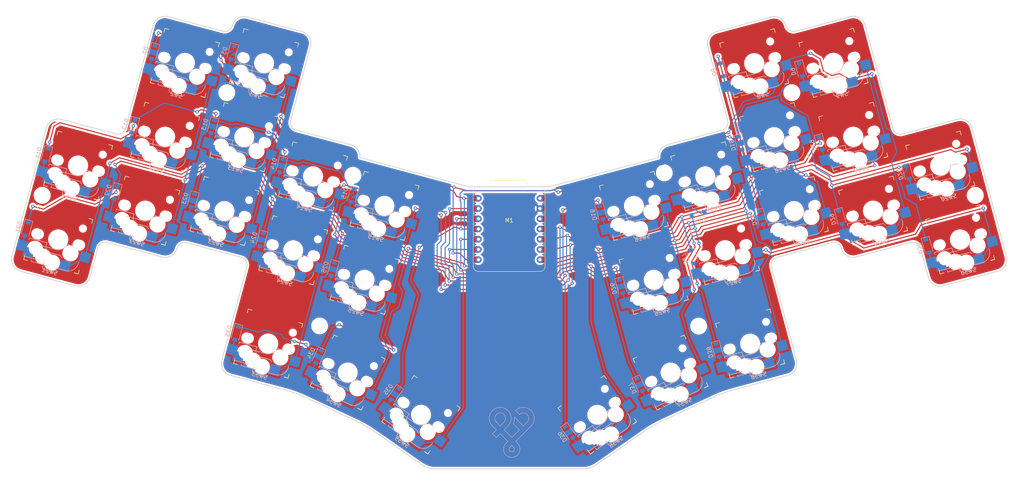
<source format=kicad_pcb>
(kicad_pcb (version 20211014) (generator pcbnew)
  (layers (0 "F.Cu" signal) (31 "B.Cu" signal) (34 "B.Paste" user) (35 "F.Paste" user) (36 "B.SilkS" user "B.Silkscreen") (37 "F.SilkS" user "F.Silkscreen") (38 "B.Mask" user) (39 "F.Mask" user) (44 "Edge.Cuts" user))
  (net 0 "")
  (net 1 "GND")
  (net 2 "+5V")
  (net 3 "row0")
  (net 4 "Net-(D2-Pad2)")
  (net 5 "Net-(D3-Pad2)")
  (net 6 "Net-(D8-Pad2)")
  (net 7 "Net-(D9-Pad2)")
  (net 8 "Net-(D11-Pad2)")
  (net 9 "row1")
  (net 10 "Net-(D12-Pad2)")
  (net 11 "Net-(D13-Pad2)")
  (net 12 "Net-(D14-Pad2)")
  (net 13 "Net-(D15-Pad2)")
  (net 14 "Net-(D16-Pad2)")
  (net 15 "Net-(D17-Pad2)")
  (net 16 "Net-(D18-Pad2)")
  (net 17 "Net-(D19-Pad2)")
  (net 18 "Net-(D20-Pad2)")
  (net 19 "Net-(D21-Pad2)")
  (net 20 "row2")
  (net 21 "Net-(D22-Pad2)")
  (net 22 "Net-(D23-Pad2)")
  (net 23 "Net-(D24-Pad2)")
  (net 24 "Net-(D25-Pad2)")
  (net 25 "Net-(D26-Pad2)")
  (net 26 "Net-(D27-Pad2)")
  (net 27 "Net-(D28-Pad2)")
  (net 28 "Net-(D29-Pad2)")
  (net 29 "Net-(D30-Pad2)")
  (net 30 "row3")
  (net 31 "Net-(D33-Pad2)")
  (net 32 "Net-(D34-Pad2)")
  (net 33 "Net-(D35-Pad2)")
  (net 34 "Net-(D36-Pad2)")
  (net 35 "Net-(D37-Pad2)")
  (net 36 "Net-(D38-Pad2)")
  (net 37 "3V3")
  (net 38 "col0")
  (net 39 "col1")
  (net 40 "col2")
  (net 41 "col3")
  (net 42 "col4")
  (net 43 "col5")
  (net 44 "row4")
  (footprint "fingerpunch:Kailh_socket_MX-ChocV1" (layer "F.Cu") (at 58.629754 74.300164 -15)
    (fp_text reference "SW22")
    (fp_text value "SW_Push")
  )
  (footprint "fingerpunch:Kailh_socket_MX-ChocV1" (layer "F.Cu") (at 89.123278 107.3175 -15)
    (fp_text reference "SW33")
    (fp_text value "SW_Push")
  )
  (footprint "fingerpunch:Kailh_socket_MX-ChocV1" (layer "F.Cu") (at 78.276431 74.388092 -15)
    (fp_text reference "SW23")
    (fp_text value "SW_Push")
  )
  (footprint "fingerpunch:Kailh_socket_MX-ChocV1" (layer "F.Cu") (at 127.043354 124.999929 -35)
    (fp_text reference "SW35")
    (fp_text value "SW_Push")
  )
  (footprint "fingerpunch:Kailh_socket_MX-ChocV1" (layer "F.Cu") (at 113.04048 91.46766 -15)
    (fp_text reference "SW25")
    (fp_text value "SW_Push")
  )
  (footprint "fingerpunch:Kailh_socket_MX-ChocV1" (layer "F.Cu") (at 37.041926 81.456671 -15)
    (fp_text reference "SW21")
    (fp_text value "SW_Push")
  )
  (footprint "fingerpunch:Kailh_socket_MX-ChocV1" (layer "F.Cu") (at 100.252497 65.782694 -15)
    (fp_text reference "SW14")
    (fp_text value "SW_Push")
  )
  (footprint "fingerpunch:Kailh_socket_MX-ChocV1" (layer "F.Cu") (at 108.85682 114.499928 -25)
    (fp_text reference "SW34")
    (fp_text value "SW_Push")
  )
  (footprint "fingerpunch:Kailh_socket_MX-ChocV1" (layer "F.Cu") (at 95.334933 84.13528 -15)
    (fp_text reference "SW24")
    (fp_text value "SW_Push")
  )
  (footprint "fingerpunch:Kailh_socket_MX-ChocV1" (layer "F.Cu") (at 63.547314 55.947569 -15)
    (fp_text reference "SW12")
    (fp_text value "SW_Push")
  )
  (footprint "fingerpunch:Kailh_socket_MX-ChocV1" (layer "F.Cu") (at 88.111561 37.682907 -15)
    (fp_text reference "SW3")
    (fp_text value "SW_Push")
  )
  (footprint "fingerpunch:Kailh_socket_MX-ChocV1" (layer "F.Cu") (at 117.95804 73.11507 -15)
    (fp_text reference "SW15")
    (fp_text value "SW_Push")
  )
  (footprint "fingerpunch:Kailh_socket_MX-ChocV1" (layer "F.Cu") (at 83.193996 56.035496 -15)
    (fp_text reference "SW13")
    (fp_text value "SW_Push")
  )
  (footprint "fingerpunch:Kailh_socket_MX-ChocV1" (layer "F.Cu") (at 68.464876 37.594987 -15)
    (fp_text reference "SW2")
    (fp_text value "SW_Push")
  )
  (footprint "fingerpunch:Kailh_socket_MX-ChocV1" (layer "F.Cu") (at 41.959489 63.104078 -15)
    (fp_text reference "SW11")
    (fp_text value "SW_Push")
  )
  (footprint "fingerpunch:Kailh_socket_MX-ChocV1" (layer "F.Cu") (at 170.778052 125.002198 35)
    (fp_text reference "SW36")
    (fp_text value "SW_Push")
  )
  (footprint "fingerpunch:Kailh_socket_MX-ChocV1" (layer "F.Cu") (at 239.191652 74.302438 15)
    (fp_text reference "SW29")
    (fp_text value "SW_Push")
  )
  (footprint "fingerpunch:Kailh_socket_MX-ChocV1" (layer "F.Cu") (at 188.964587 114.502198 25)
    (fp_text reference "SW37")
    (fp_text value "SW_Push")
  )
  (footprint "fingerpunch:Kailh_socket_MX-ChocV1" (layer "F.Cu") (at 208.698126 107.319778 15)
    (fp_text reference "SW38")
    (fp_text value "SW_Push")
  )
  (footprint "fingerpunch:Kailh_socket_MX-ChocV1" (layer "F.Cu") (at 260.779483 81.45895 15)
    (fp_text reference "SW30")
    (fp_text value "SW_Push")
  )
  (footprint "fingerpunch:Kailh_socket_MX-ChocV1" (layer "F.Cu") (at 184.780928 91.469937 15)
    (fp_text reference "SW26")
    (fp_text value "SW_Push")
  )
  (footprint "fingerpunch:Kailh_socket_MX-ChocV1" (layer "F.Cu") (at 202.486473 84.137559 15)
    (fp_text reference "SW27")
    (fp_text value "SW_Push")
  )
  (footprint "fingerpunch:Kailh_socket_MX-ChocV1" (layer "F.Cu") (at 219.544967 74.390366 15)
    (fp_text reference "SW28")
    (fp_text value "SW_Push")
  )
  (footprint "fingerpunch:Kailh_socket_MX-ChocV1" (layer "F.Cu") (at 255.861912 63.106356 15)
    (fp_text reference "SW20")
    (fp_text value "SW_Push")
  )
  (footprint "fingerpunch:Kailh_socket_MX-ChocV1" (layer "F.Cu") (at 229.356529 37.597256 15)
    (fp_text reference "SW9")
    (fp_text value "SW_Push")
  )
  (footprint "fingerpunch:Kailh_socket_MX-ChocV1" (layer "F.Cu") (at 209.70984 37.685191 15)
    (fp_text reference "SW8")
    (fp_text value "SW_Push")
  )
  (footprint "fingerpunch:Kailh_socket_MX-ChocV1" (layer "F.Cu") (at 179.86337 73.117351 15)
    (fp_text reference "SW16")
    (fp_text value "SW_Push")
  )
  (footprint "fingerpunch:Kailh_socket_MX-ChocV1" (layer "F.Cu") (at 234.274087 55.949851 15)
    (fp_text reference "SW19")
    (fp_text value "SW_Push")
  )
  (footprint "fingerpunch:Kailh_socket_MX-ChocV1" (layer "F.Cu") (at 197.568905 65.784974 15)
    (fp_text reference "SW17")
    (fp_text value "SW_Push")
  )
  (footprint "fingerpunch:Kailh_socket_MX-ChocV1" (layer "F.Cu") (at 214.627404 56.03778 15)
    (fp_text reference "SW18")
    (fp_text value "SW_Push")
  )
  (footprint "MountingHole:MountingHole_3.2mm_M3" (layer "F.Cu") (at 78.847312 45.002739)
    (fp_text reference "")
    (fp_text value "")
  )
  (footprint "MountingHole:MountingHole_3.2mm_M3" (layer "F.Cu") (at 187.405575 64.917826)
    (fp_text reference "")
    (fp_text value "")
  )
  (footprint "MountingHole:MountingHole_3.2mm_M3" (layer "F.Cu") (at 110.145571 65.527825)
    (fp_text reference "")
    (fp_text value "")
  )
  (footprint "MountingHole:MountingHole_3.2mm_M3" (layer "F.Cu") (at 195.925568 102.977826)
    (fp_text reference "")
    (fp_text value "")
  )
  (footprint "MountingHole:MountingHole_3.2mm_M3" (layer "F.Cu") (at 33.04731 70.502739)
    (fp_text reference "")
    (fp_text value "")
  )
  (footprint "MountingHole:MountingHole_3.2mm_M3" (layer "F.Cu") (at 264.547314 70.50274)
    (fp_text reference "")
    (fp_text value "")
  )
  (footprint "MountingHole:MountingHole_3.2mm_M3" (layer "F.Cu") (at 219.04731 45.002742)
    (fp_text reference "")
    (fp_text value "")
  )
  (footprint "MountingHole:MountingHole_3.2mm_M3" (layer "F.Cu") (at 101.88557 102.927824)
    (fp_text reference "")
    (fp_text value "")
  )
  (footprint "fingerpunch:XIAO-RP2040" (layer "F.Cu") (at 140.027314 89.410742)
    (fp_text reference "M1")
    (fp_text value "XIAO-RP2040")
  )
  (footprint "Diode_SMD:D_SOD-123" (layer "B.Cu") (at 80.27208 35.064694 -105)
    (fp_text reference "D3")
    (fp_text value "1N4148W")
  )
  (footprint "Diode_SMD:D_SOD-123" (layer "B.Cu") (at 60.6254 34.976758 -105)
    (fp_text reference "D2")
    (fp_text value "1N4148W")
  )
  (footprint "Diode_SMD:D_SOD-123" (layer "B.Cu") (at 55.707833 53.329345 -105)
    (fp_text reference "D12")
    (fp_text value "1N4148W")
  )
  (footprint "Diode_SMD:D_SOD-123" (layer "B.Cu") (at 92.413013 63.164473 -105)
    (fp_text reference "D14")
    (fp_text value "1N4148W")
  )
  (footprint "Diode_SMD:D_SOD-123" (layer "B.Cu") (at 75.354522 53.417283 -105)
    (fp_text reference "D13")
    (fp_text value "1N4148W")
  )
  (footprint "Diode_SMD:D_SOD-123" (layer "B.Cu") (at 110.118558 70.496853 -105)
    (fp_text reference "D15")
    (fp_text value "1N4148W")
  )
  (footprint "Diode_SMD:D_SOD-123" (layer "B.Cu") (at 51.364981 69.764867 -105)
    (fp_text reference "D22")
    (fp_text value "1N4148W")
  )
  (footprint "Diode_SMD:D_SOD-123" (layer "B.Cu") (at 105.201004 88.849441 -105)
    (fp_text reference "D25")
    (fp_text value "1N4148W")
  )
  (footprint "Diode_SMD:D_SOD-123" (layer "B.Cu") (at 87.495455 81.517064 -105)
    (fp_text reference "D24")
    (fp_text value "1N4148W")
  )
  (footprint "Diode_SMD:D_SOD-123" (layer "B.Cu") (at 70.436961 71.769879 -105)
    (fp_text reference "D23")
    (fp_text value "1N4148W")
  )
  (footprint "Diode_SMD:D_SOD-123" (layer "B.Cu") (at 29.202445 78.83845 -105)
    (fp_text reference "D21")
    (fp_text value "1N4148W")
  )
  (footprint "Diode_SMD:D_SOD-123" (layer "B.Cu") (at 34.120011 60.48586 -105)
    (fp_text reference "D11")
    (fp_text value "1N4148W")
  )
  (footprint "Diode_SMD:D_SOD-123" (layer "B.Cu") (at 81.2838 104.699287 -105)
    (fp_text reference "D33")
    (fp_text value "1N4148W")
  )
  (footprint "Diode_SMD:D_SOD-123" (layer "B.Cu") (at 101.591093 110.56017 -115)
    (fp_text reference "D34")
    (fp_text value "1N4148W")
  )
  (footprint "Diode_SMD:D_SOD-123" (layer "B.Cu") (at 120.572136 119.858339 -125)
    (fp_text reference "D35")
    (fp_text value "1N4148W")
  )
  (footprint "Diode_SMD:D_SOD-123" (layer "B.Cu") (at 221.258231 39.249553 -75)
    (fp_text reference "D9")
    (fp_text value "1N4148W")
  )
  (footprint "Diode_SMD:D_SOD-123" (layer "B.Cu") (at 201.611549 39.337487 -75)
    (fp_text reference "D8")
    (fp_text value "1N4148W")
  )
  (footprint "Diode_SMD:D_SOD-123" (layer "B.Cu") (at 226.164588 57.560319 -75)
    (fp_text reference "D19")
    (fp_text value "1N4148W")
  )
  (footprint "Diode_SMD:D_SOD-123" (layer "B.Cu") (at 195.816381 75.113112 15)
    (fp_text reference "D17")
    (fp_text value "1N4148W")
  )
  (footprint "Diode_SMD:D_SOD-123" (layer "B.Cu") (at 176.682631 93.122231 -75)
    (fp_text reference "D26")
    (fp_text value "1N4148W")
  )
  (footprint "Diode_SMD:D_SOD-123" (layer "B.Cu") (at 171.765071 74.769638 -75)
    (fp_text reference "D16")
    (fp_text value "1N4148W")
  )
  (footprint "Diode_SMD:D_SOD-123" (layer "B.Cu") (at 206.211803 57.539832 -75)
    (fp_text reference "D18")
    (fp_text value "1N4148W")
  )
  (footprint "Diode_SMD:D_SOD-123" (layer "B.Cu") (at 211.446672 76.042663 -75)
    (fp_text reference "D28")
    (fp_text value "1N4148W")
  )
  (footprint "Diode_SMD:D_SOD-123" (layer "B.Cu") (at 194.388175 85.789855 -75)
    (fp_text reference "D27")
    (fp_text value "1N4148W")
  )
  (footprint "Diode_SMD:D_SOD-123" (layer "B.Cu") (at 247.76362 64.758654 -75)
    (fp_text reference "D20")
    (fp_text value "1N4148W")
  )
  (footprint "Diode_SMD:D_SOD-123" (layer "B.Cu") (at 163.733261 129.324636 -55)
    (fp_text reference "D36")
    (fp_text value "1N4148W")
  )
  (footprint "Diode_SMD:D_SOD-123" (layer "B.Cu") (at 200.599832 108.972079 -75)
    (fp_text reference "D38")
    (fp_text value "1N4148W")
  )
  (footprint "Diode_SMD:D_SOD-123" (layer "B.Cu") (at 231.093358 75.954731 -75)
    (fp_text reference "D29")
    (fp_text value "1N4148W")
  )
  (footprint "Diode_SMD:D_SOD-123" (layer "B.Cu") (at 252.681183 83.111239 -75)
    (fp_text reference "D30")
    (fp_text value "1N4148W")
  )
  (footprint "Diode_SMD:D_SOD-123" (layer "B.Cu") (at 181.276232 117.53565 -65)
    (fp_text reference "D37")
    (fp_text value "1N4148W")
  )
  (footprint "fingerpunch:fingerpunch-logo" (layer "B.Cu") (at 149.559184 129.383678 180)
    (fp_text reference "H1")
    (fp_text value "MountingHole")
  )
  (gr_arc (start 228.925218 82.26844) (mid 230.404933 82.46321) (end 231.31346 83.6473) (layer "Edge.Cuts") (width 0.2))
  (gr_arc (start 198.208243 33.507186) (mid 198.507914 31.230712) (end 200.329559 29.832947) (layer "Edge.Cuts") (width 0.2))
  (gr_arc (start 109.63297 57.9304) (mid 111.336055 59.118583) (end 111.883701 61.12167) (layer "Edge.Cuts") (width 0.2))
  (gr_arc (start 235.000633 85.816915) (mid 232.702446 85.504683) (end 231.31346 83.6473) (layer "Edge.Cuts") (width 0.2))
  (gr_line (start 252.914188 90.852091) (end 250.960113 83.559373) (layer "Edge.Cuts") (width 0.2))
  (gr_arc (start 80.233649 28.363883) (mid 81.622633 26.506493) (end 83.920824 26.194262) (layer "Edge.Cuts") (width 0.2))
  (gr_line (start 182.28275 129.19761) (end 170.773683 137.256342) (layer "Edge.Cuts") (width 0.2))
  (gr_line (start 111.883701 61.12167) (end 138.929624 68.3686) (layer "Edge.Cuts") (width 0.2))
  (gr_line (start 64.274177 26.106347) (end 77.845406 29.742744) (layer "Edge.Cuts") (width 0.2))
  (gr_line (start 60.599941 28.227665) (end 53.72831 53.872927) (layer "Edge.Cuts") (width 0.2))
  (gr_arc (start 93.314454 118.831913) (mid 95.823199 119.622925) (end 98.25346 120.629571) (layer "Edge.Cuts") (width 0.2))
  (gr_arc (start 34.094604 53.73671) (mid 35.49238 51.91509) (end 37.768838 51.615388) (layer "Edge.Cuts") (width 0.2))
  (gr_arc (start 248.571863 82.180516) (mid 250.051568 82.375305) (end 250.960113 83.559373) (layer "Edge.Cuts") (width 0.2))
  (gr_arc (start 82.467629 85.902567) (mid 83.651637 86.811145) (end 83.846485 88.290814) (layer "Edge.Cuts") (width 0.2))
  (gr_arc (start 129.819895 138.401363) (mid 128.371009 137.97971) (end 127.047939 137.254074) (layer "Edge.Cuts") (width 0.2))
  (gr_line (start 127.047939 137.254074) (end 115.538878 129.195336) (layer "Edge.Cuts") (width 0.2))
  (gr_arc (start 53.72831 53.872927) (mid 52.819758 55.056977) (end 51.340066 55.251791) (layer "Edge.Cuts") (width 0.2))
  (gr_line (start 219.976214 29.745014) (end 233.547448 26.108613) (layer "Edge.Cuts") (width 0.2))
  (gr_arc (start 97.492054 29.830667) (mid 99.31368 31.22844) (end 99.613373 33.5049) (layer "Edge.Cuts") (width 0.2))
  (gr_arc (start 27.661968 89.334734) (mid 25.840351 87.936957) (end 25.540647 85.660503) (layer "Edge.Cuts") (width 0.2))
  (gr_line (start 248.571863 82.180516) (end 235.000633 85.816915) (layer "Edge.Cuts") (width 0.2))
  (gr_arc (start 213.900795 26.196548) (mid 216.198956 26.508818) (end 217.587968 28.366154) (layer "Edge.Cuts") (width 0.2))
  (gr_line (start 34.094604 53.73671) (end 25.540647 85.660503) (layer "Edge.Cuts") (width 0.2))
  (gr_line (start 99.613373 33.5049) (end 94.682879 51.905746) (layer "Edge.Cuts") (width 0.2))
  (gr_arc (start 66.49522 83.693321) (mid 65.097444 85.514941) (end 62.820987 85.814643) (layer "Edge.Cuts") (width 0.2))
  (gr_line (start 200.329559 29.832947) (end 213.900795 26.196548) (layer "Edge.Cuts") (width 0.2))
  (gr_line (start 199.56816 120.631846) (end 186.834564 126.569617) (layer "Edge.Cuts") (width 0.2))
  (gr_line (start 83.846485 88.290814) (end 77.621904 111.521279) (layer "Edge.Cuts") (width 0.2))
  (gr_line (start 129.819895 138.401363) (end 168.000791 138.401366) (layer "Edge.Cuts") (width 0.2))
  (gr_arc (start 233.547448 26.108613) (mid 235.823895 26.408329) (end 237.221679 28.229934) (layer "Edge.Cuts") (width 0.2))
  (gr_line (start 218.078397 115.197793) (end 204.507165 118.834196) (layer "Edge.Cuts") (width 0.2))
  (gr_line (start 41.233199 92.971133) (end 27.661968 89.334734) (layer "Edge.Cuts") (width 0.2))
  (gr_line (start 110.987059 126.567345) (end 98.25346 120.629571) (layer "Edge.Cuts") (width 0.2))
  (gr_line (start 198.208243 33.507186) (end 203.138739 51.908031) (layer "Edge.Cuts") (width 0.2))
  (gr_line (start 263.727017 53.738988) (end 272.280976 85.662775) (layer "Edge.Cuts") (width 0.2))
  (gr_line (start 246.48155 55.254067) (end 260.052777 51.617666) (layer "Edge.Cuts") (width 0.2))
  (gr_arc (start 79.743227 115.195515) (mid 77.921583 113.797751) (end 77.621904 111.521279) (layer "Edge.Cuts") (width 0.2))
  (gr_arc (start 260.052777 51.617666) (mid 262.329252 51.917341) (end 263.727017 53.738988) (layer "Edge.Cuts") (width 0.2))
  (gr_arc (start 96.061741 54.294) (mid 94.877686 53.385445) (end 94.682879 51.905746) (layer "Edge.Cuts") (width 0.2))
  (gr_arc (start 44.907431 90.849813) (mid 43.509648 92.671419) (end 41.233199 92.971133) (layer "Edge.Cuts") (width 0.2))
  (gr_line (start 270.159657 89.337011) (end 256.588427 92.973414) (layer "Edge.Cuts") (width 0.2))
  (gr_line (start 237.221679 28.229934) (end 244.093311 53.875206) (layer "Edge.Cuts") (width 0.2))
  (gr_line (start 82.467629 85.902567) (end 68.896398 82.266166) (layer "Edge.Cuts") (width 0.2))
  (gr_line (start 220.199714 111.523562) (end 213.975138 88.293093) (layer "Edge.Cuts") (width 0.2))
  (gr_line (start 83.920824 26.194262) (end 97.492054 29.830667) (layer "Edge.Cuts") (width 0.2))
  (gr_arc (start 272.280976 85.662775) (mid 271.981306 87.93925) (end 270.159657 89.337011) (layer "Edge.Cuts") (width 0.2))
  (gr_arc (start 110.987059 126.567345) (mid 113.320342 127.781967) (end 115.538878 129.195336) (layer "Edge.Cuts") (width 0.2))
  (gr_arc (start 220.199714 111.523562) (mid 219.899992 113.800004) (end 218.078397 115.197793) (layer "Edge.Cuts") (width 0.2))
  (gr_line (start 96.061741 54.294) (end 109.63297 57.9304) (layer "Edge.Cuts") (width 0.2))
  (gr_arc (start 46.861507 83.557104) (mid 47.770049 82.373031) (end 49.249757 82.178241) (layer "Edge.Cuts") (width 0.2))
  (gr_arc (start 66.49522 83.693321) (mid 67.394909 82.473482) (end 68.896398 82.266166) (layer "Edge.Cuts") (width 0.2))
  (gr_line (start 185.937962 61.123937) (end 158.892041 68.37087) (layer "Edge.Cuts") (width 0.2))
  (gr_arc (start 213.975138 88.293093) (mid 214.169987 86.813427) (end 215.353986 85.904842) (layer "Edge.Cuts") (width 0.2))
  (gr_arc (start 246.48155 55.254067) (mid 245.001866 55.059245) (end 244.093311 53.875206) (layer "Edge.Cuts") (width 0.2))
  (gr_arc (start 219.976214 29.745014) (mid 218.48982 29.561811) (end 217.587968 28.366154) (layer "Edge.Cuts") (width 0.2))
  (gr_arc (start 256.588427 92.973414) (mid 254.311936 92.673765) (end 252.914188 90.852091) (layer "Edge.Cuts") (width 0.2))
  (gr_arc (start 199.56816 120.631846) (mid 201.998421 119.625205) (end 204.507165 118.834196) (layer "Edge.Cuts") (width 0.2))
  (gr_arc (start 185.937962 61.123937) (mid 186.485596 59.12087) (end 188.188649 57.932683) (layer "Edge.Cuts") (width 0.2))
  (gr_line (start 188.188649 57.932683) (end 201.759882 54.29628) (layer "Edge.Cuts") (width 0.2))
  (gr_line (start 138.929624 68.3686) (end 158.892041 68.37087) (layer "Edge.Cuts") (width 0.2))
  (gr_line (start 62.820987 85.814643) (end 49.249757 82.178241) (layer "Edge.Cuts") (width 0.2))
  (gr_arc (start 80.233649 28.363883) (mid 79.325097 29.547932) (end 77.845406 29.742744) (layer "Edge.Cuts") (width 0.2))
  (gr_arc (start 203.138739 51.908031) (mid 202.943958 53.387741) (end 201.759882 54.29628) (layer "Edge.Cuts") (width 0.2))
  (gr_line (start 44.907431 90.849813) (end 46.861507 83.557104) (layer "Edge.Cuts") (width 0.2))
  (gr_line (start 93.314454 118.831913) (end 79.743227 115.195515) (layer "Edge.Cuts") (width 0.2))
  (gr_arc (start 170.773683 137.256342) (mid 169.450258 137.981472) (end 168.000791 138.401366) (layer "Edge.Cuts") (width 0.2))
  (gr_arc (start 182.28275 129.19761) (mid 184.501291 127.784253) (end 186.834564 126.569617) (layer "Edge.Cuts") (width 0.2))
  (gr_line (start 37.768838 51.615388) (end 51.340066 55.251791) (layer "Edge.Cuts") (width 0.2))
  (gr_arc (start 60.599941 28.227665) (mid 61.997719 26.406045) (end 64.274177 26.106347) (layer "Edge.Cuts") (width 0.2))
  (gr_line (start 228.925218 82.26844) (end 215.353986 85.904842) (layer "Edge.Cuts") (width 0.2))
  (segment (start 77.452244 36.87643) (end 75.684476 33.814567) (width 0.254) (layer "F.Cu") (net 3))
  (segment (start 135.877657 70.75565) (end 135.097577 69.404508) (width 0.254) (layer "F.Cu") (net 3))
  (segment (start 159.935956 88.048413) (end 137.853972 88.048411) (width 0.254) (layer "F.Cu") (net 3))
  (segment (start 123.917223 83.697854) (end 123.884754 83.7166) (width 0.254) (layer "F.Cu") (net 3))
  (segment (start 141.299812 71.239743) (end 137.684313 71.23974) (width 0.254) (layer "F.Cu") (net 3))
  (segment (start 196.267276 83.386317) (end 196.008458 82.420391) (width 0.254) (layer "F.Cu") (net 3))
  (segment (start 137.853972 88.048411) (end 137.813252 88.007694) (width 0.254) (layer "F.Cu") (net 3))
  (segment (start 106.767596 102.628707) (end 120.253277 108.917184) (width 0.254) (layer "F.Cu") (net 3))
  (segment (start 137.820611 87.980236) (end 137.510896 87.443795) (width 0.254) (layer "F.Cu") (net 3))
  (segment (start 137.510896 87.443795) (end 137.440185 87.321317) (width 0.254) (layer "F.Cu") (net 3))
  (segment (start 193.51887 79.095727) (end 193.12591 79.776357) (width 0.254) (layer "F.Cu") (net 3))
  (segment (start 61.953751 30.13543) (end 61.91253 30.159232) (width 0.254) (layer "F.Cu") (net 3))
  (segment (start 191.711696 82.225844) (end 190.455993 82.562309) (width 0.254) (layer "F.Cu") (net 3))
  (segment (start 95.681961 106.776412) (end 98.483145 107.526989) (width 0.254) (layer "F.Cu") (net 3))
  (segment (start 88.668497 46.404056) (end 81.907014 44.592323) (width 0.254) (layer "F.Cu") (net 3))
  (segment (start 166.73533 85.605359) (end 165.189849 86.019467) (width 0.254) (layer "F.Cu") (net 3))
  (segment (start 165.189849 86.019467) (end 160.36022 87.313563) (width 0.254) (layer "F.Cu") (net 3))
  (segment (start 195.913724 83.99869) (end 196.267276 83.386317) (width 0.254) (layer "F.Cu") (net 3))
  (segment (start 108.995413 59.408153) (end 93.830377 55.344693) (width 0.254) (layer "F.Cu") (net 3))
  (segment (start 120.253277 108.917184) (end 120.266878 108.912232) (width 0.254) (layer "F.Cu") (net 3))
  (segment (start 160.36022 87.313563) (end 159.935956 88.048413) (width 0.254) (layer "F.Cu") (net 3))
  (segment (start 135.097577 69.404508) (end 111.046022 62.959914) (width 0.254) (layer "F.Cu") (net 3))
  (segment (start 137.813252 88.007694) (end 137.820611 87.980236) (width 0.254) (layer "F.Cu") (net 3))
  (segment (start 190.455993 82.562309) (end 170.654513 87.868101) (width 0.254) (layer "F.Cu") (net 3))
  (segment (start 193.12591 79.776357) (end 191.711696 82.225844) (width 0.254) (layer "F.Cu") (net 3))
  (segment (start 195.064353 78.68162) (end 193.51887 79.095727) (width 0.254) (layer "F.Cu") (net 3))
  (segment (start 81.907014 44.592323) (end 77.452244 36.87643) (width 0.254) (layer "F.Cu") (net 3))
  (segment (start 93.830377 55.344693) (end 88.668497 46.404056) (width 0.254) (layer "F.Cu") (net 3))
  (segment (start 137.440185 87.321317) (end 123.917223 83.697854) (width 0.254) (layer "F.Cu") (net 3))
  (segment (start 75.684476 33.814567) (end 61.953751 30.13543) (width 0.254) (layer "F.Cu") (net 3))
  (segment (start 194.145956 87.060549) (end 195.913724 83.99869) (width 0.254) (layer "F.Cu") (net 3))
  (segment (start 170.654513 87.868101) (end 169.797193 87.373125) (width 0.254) (layer "F.Cu") (net 3))
  (segment (start 169.797193 87.373125) (end 166.73533 85.605359) (width 0.254) (layer "F.Cu") (net 3))
  (segment (start 137.684313 71.23974) (end 135.877657 70.75565) (width 0.254) (layer "F.Cu") (net 3))
  (segment (start 111.046022 62.959914) (end 108.995413 59.408153) (width 0.254) (layer "F.Cu") (net 3))
  (segment (start 195.569463 92.373145) (end 194.145956 87.060549) (width 0.254) (layer "F.Cu") (net 3))
  (via (at 95.681961 106.776412) (size 0.8) (drill 0.4) (layers "F.Cu" "B.Cu") (net 3))
  (via (at 106.767596 102.628707) (size 0.8) (drill 0.4) (layers "F.Cu" "B.Cu") (net 3))
  (via (at 98.483145 107.526989) (size 0.8) (drill 0.4) (layers "F.Cu" "B.Cu") (net 3))
  (via (at 137.684313 71.23974) (size 0.8) (drill 0.4) (layers "F.Cu" "B.Cu") (net 3))
  (via (at 77.452244 36.87643) (size 0.8) (drill 0.4) (layers "F.Cu" "B.Cu") (net 3))
  (via (at 120.266878 108.912232) (size 0.8) (drill 0.4) (layers "F.Cu" "B.Cu") (net 3))
  (via (at 196.008458 82.420391) (size 0.8) (drill 0.4) (layers "F.Cu" "B.Cu") (net 3))
  (via (at 61.91253 30.159232) (size 0.8) (drill 0.4) (layers "F.Cu" "B.Cu") (net 3))
  (via (at 137.813252 88.007694) (size 0.8) (drill 0.4) (layers "F.Cu" "B.Cu") (net 3))
  (via (at 195.064353 78.68162) (size 0.8) (drill 0.4) (layers "F.Cu" "B.Cu") (net 3))
  (via (at 123.884754 83.7166) (size 0.8) (drill 0.4) (layers "F.Cu" "B.Cu") (net 3))
  (via (at 195.569463 92.373145) (size 0.8) (drill 0.4) (layers "F.Cu" "B.Cu") (net 3))
  (segment (start 121.510206 92.680964) (end 122.288025 94.028182) (width 0.254) (layer "B.Cu") (net 3))
  (segment (start 121.982517 96.327458) (end 121.438998 98.355903) (width 0.254) (layer "B.Cu") (net 3))
  (segment (start 98.483145 107.526989) (end 98.837051 108.139973) (width 0.254) (layer "B.Cu") (net 3))
  (segment (start 120.459203 98.921588) (end 119.724355 99.345852) (width 0.254) (layer "B.Cu") (net 3))
  (segment (start 196.047866 82.352134) (end 195.064353 78.68162) (width 0.254) (layer "B.Cu") (net 3))
  (segment (start 200.172779 107.378303) (end 196.69879 94.413205) (width 0.254) (layer "B.Cu") (net 3))
  (segment (start 86.99928 104.522541) (end 87.94254 103.977946) (width 0.254) (layer "B.Cu") (net 3))
  (segment (start 196.254403 94.156639) (end 196.009454 94.015216) (width 0.254) (layer "B.Cu") (net 3))
  (segment (start 61.052452 33.382981) (end 61.915073 30.163635) (width 0.254) (layer "B.Cu") (net 3))
  (segment (start 137.813251 71.36868) (end 137.684313 71.23974) (width 0.254) (layer "B.Cu") (net 3))
  (segment (start 118.171442 105.141407) (end 118.145559 105.237999) (width 0.254) (layer "B.Cu") (net 3))
  (segment (start 91.735533 104.890749) (end 92.411682 105.071923) (width 0.254) (layer "B.Cu") (net 3))
  (segment (start 122.500157 94.395607) (end 121.982517 96.327458) (width 0.254) (layer "B.Cu") (net 3))
  (segment (start 119.724355 99.345852) (end 118.171442 105.141407) (width 0.254) (layer "B.Cu") (net 3))
  (segment (start 77.685183 36.007097) (end 77.452244 36.87643) (width 0.254) (layer "B.Cu") (net 3))
  (segment (start 98.837051 108.139973) (end 102.288413 109.064761) (width 0.254) (layer "B.Cu") (net 3))
  (segment (start 122.288025 94.028182) (end 122.500157 94.395607) (width 0.254) (layer "B.Cu") (net 3))
  (segment (start 195.064353 78.68162) (end 194.222601 75.540162) (width 0.254) (layer "B.Cu") (net 3))
  (segment (start 61.915073 30.163635) (end 61.91253 30.159232) (width 0.254) (layer "B.Cu") (net 3))
  (segment (start 92.977369 106.051718) (end 95.681961 106.776412) (width 0.254) (layer "B.Cu") (net 3))
  (segment (start 81.710852 103.105512) (end 86.99928 104.522541) (width 0.254) (layer "B.Cu") (net 3))
  (segment (start 118.145559 105.237999) (end 120.266878 108.912232) (width 0.254) (layer "B.Cu") (net 3))
  (segment (start 196.69879 94.413205) (end 196.254403 94.156639) (width 0.254) (layer "B.Cu") (net 3))
  (segment (start 80.699132 33.470917) (end 80.446787 34.412681) (width 0.254) (layer "B.Cu") (net 3))
  (segment (start 121.438998 98.355903) (end 120.459203 98.921588) (width 0.254) (layer "B.Cu") (net 3))
  (segment (start 104.987468 103.276621) (end 106.767596 102.628707) (width 0.254) (layer "B.Cu") (net 3))
  (segment (start 80.446787 34.412681) (end 77.685183 36.007097) (width 0.254) (layer "B.Cu") (net 3))
  (segment (start 196.009454 94.015216) (end 195.569463 92.373145) (width 0.254) (layer "B.Cu") (net 3))
  (segment (start 87.94254 103.977946) (end 88.065018 103.907238) (width 0.254) (layer "B.Cu") (net 3))
  (segment (start 196.008458 82.420391) (end 196.047866 82.352134) (width 0.254) (layer "B.Cu") (net 3))
  (segment (start 92.906658 105.929245) (end 92.977369 106.051718) (width 0.254) (layer "B.Cu") (net 3))
  (segment (start 88.065018 103.907238) (end 91.735533 104.890749) (width 0.254) (layer "B.Cu") (net 3))
  (segment (start 102.288414 109.064762) (end 104.987468 103.276621) (width 0.254) (layer "B.Cu") (net 3))
  (segment (start 92.411682 105.071923) (end 92.906658 105.929245) (width 0.254) (layer "B.Cu") (net 3))
  (segment (start 123.884754 83.7166) (end 123.903499 83.749069) (width 0.254) (layer "B.Cu") (net 3))
  (segment (start 121.6655 92.101407) (end 121.510206 92.680964) (width 0.254) (layer "B.Cu") (net 3))
  (segment (start 137.813252 88.007694) (end 137.813251 71.36868) (width 0.254) (layer "B.Cu") (net 3))
  (segment (start 123.903499 83.749069) (end 121.6655 92.101407) (width 0.254) (layer "B.Cu") (net 3))
  (segment (start 59.207117 40.173269) (end 59.306227 40.344929) (width 0.254) (layer "B.Cu") (net 4))
  (segment (start 60.167728 36.588212) (end 60.198348 36.570536) (width 0.254) (layer "B.Cu") (net 4))
  (segment (start 61.004041 40.799858) (end 61.053701 40.885873) (width 0.254) (layer "B.Cu") (net 4))
  (segment (start 59.306227 40.344929) (end 61.004041 40.799858) (width 0.254) (layer "B.Cu") (net 4))
  (segment (start 59.501268 39.075483) (end 60.167728 36.588212) (width 0.254) (layer "B.Cu") (net 4))
  (segment (start 59.501268 39.075483) (end 59.207117 40.173269) (width 0.254) (layer "B.Cu") (net 4))
  (segment (start 79.147952 39.163402) (end 78.879682 40.164602) (width 0.254) (layer "B.Cu") (net 5))
  (segment (start 79.147952 39.163402) (end 79.81441 36.67615) (width 0.254) (layer "B.Cu") (net 5))
  (segment (start 79.049503 40.458744) (end 80.650734 40.887794) (width 0.254) (layer "B.Cu") (net 5))
  (segment (start 80.650734 40.887794) (end 80.700385 40.973787) (width 0.254) (layer "B.Cu") (net 5))
  (segment (start 79.81441 36.67615) (end 79.845031 36.658472) (width 0.254) (layer "B.Cu") (net 5))
  (segment (start 78.879682 40.164602) (end 79.049503 40.458744) (width 0.254) (layer "B.Cu") (net 5))
  (segment (start 203.280872 44.651197) (end 204.897584 44.218001) (width 0.254) (layer "B.Cu") (net 6))
  (segment (start 202.959796 44.465822) (end 203.280872 44.651197) (width 0.254) (layer "B.Cu") (net 6))
  (segment (start 202.038597 40.931266) (end 202.705057 43.418517) (width 0.254) (layer "B.Cu") (net 6))
  (segment (start 204.897584 44.218001) (end 204.937017 44.240766) (width 0.254) (layer "B.Cu") (net 6))
  (segment (start 202.687374 43.449142) (end 202.959796 44.465822) (width 0.254) (layer "B.Cu") (net 6))
  (segment (start 202.705057 43.418517) (end 202.687374 43.449142) (width 0.254) (layer "B.Cu") (net 6))
  (segment (start 222.334064 43.361204) (end 222.632366 44.474486) (width 0.254) (layer "B.Cu") (net 7))
  (segment (start 222.351741 43.330589) (end 222.334064 43.361204) (width 0.254) (layer "B.Cu") (net 7))
  (segment (start 222.632366 44.474486) (end 222.830965 44.589145) (width 0.254) (layer "B.Cu") (net 7))
  (segment (start 221.685282 40.843331) (end 222.351741 43.330589) (width 0.254) (layer "B.Cu") (net 7))
  (segment (start 222.830965 44.589145) (end 224.544275 44.130068) (width 0.254) (layer "B.Cu") (net 7))
  (segment (start 224.544275 44.130068) (end 224.583707 44.152832) (width 0.254) (layer "B.Cu") (net 7))
  (segment (start 33.66234 62.097314) (end 33.692958 62.079636) (width 0.254) (layer "B.Cu") (net 8))
  (segment (start 34.498665 66.308964) (end 34.548318 66.394962) (width 0.254) (layer "B.Cu") (net 8))
  (segment (start 32.995881 64.584572) (end 32.701729 65.68237) (width 0.254) (layer "B.Cu") (net 8))
  (segment (start 32.701729 65.68237) (end 32.800837 65.854032) (width 0.254) (layer "B.Cu") (net 8))
  (segment (start 32.800837 65.854032) (end 34.498665 66.308964) (width 0.254) (layer "B.Cu") (net 8))
  (segment (start 32.995881 64.584572) (end 33.66234 62.097314) (width 0.254) (layer "B.Cu") (net 8))
  (segment (start 76.160868 50.196053) (end 72.490353 49.212541) (width 0.254) (layer "F.Cu") (net 9))
  (segment (start 109.992164 82.347779) (end 109.624741 82.55991) (width 0.254) (layer "F.Cu") (net 9))
  (segment (start 161.925829 91.762575) (end 134.025828 91.762575) (width 0.254) (layer "F.Cu") (net 9))
  (segment (start 121.71776 86.110809) (end 121.293495 85.375963) (width 0.254) (layer "F.Cu") (net 9))
  (segment (start 132.194589 89.125123) (end 124.950145 87.183979) (width 0.254) (layer "F.Cu") (net 9))
  (segment (start 90.654834 55.218502) (end 89.302536 54.856156) (width 0.254) (layer "F.Cu") (net 9))
  (segment (start 122.000601 86.600708) (end 121.71776 86.110809) (width 0.254) (layer "F.Cu") (net 9))
  (segment (start 132.559555 89.222916) (end 132.194589 89.125123) (width 0.254) (layer "F.Cu") (net 9))
  (segment (start 106.604489 81.854166) (end 105.649894 80.20076) (width 0.254) (layer "F.Cu") (net 9))
  (segment (start 162.098959 91.591712) (end 162.096689 91.591712) (width 0.254) (layer "F.Cu") (net 9))
  (segment (start 141.299813 73.779743) (end 134.208658 73.779742) (width 0.254) (layer "F.Cu") (net 9))
  (segment (start 109.624741 82.55991) (end 109.502265 82.630623) (width 0.254) (layer "F.Cu") (net 9))
  (segment (start 134.025828 91.762575) (end 132.559555 89.222916) (width 0.254) (layer "F.Cu") (net 9))
  (segment (start 55.220088 54.937751) (end 53.382971 55.998409) (width 0.254) (layer "F.Cu") (net 9))
  (segment (start 48.951724 55.535753) (end 37.457206 52.455808) (width 0.254) (layer "F.Cu") (net 9))
  (segment (start 120.713939 85.220671) (end 109.992164 82.347779) (width 0.254) (layer "F.Cu") (net 9))
  (segment (start 121.293495 85.375963) (end 120.713939 85.220671) (width 0.254) (layer "F.Cu") (net 9))
  (segment (start 134.208658 73.779742) (end 134.125828 73.862573) (width 0.254) (layer "F.Cu") (net 9))
  (segment (start 170.957867 71.745162) (end 162.264534 74.074537) (width 0.254) (layer "F.Cu") (net 9))
  (segment (start 53.382971 55.998409) (end 52.525648 56.493385) (width 0.254) (layer "F.Cu") (net 9))
  (segment (start 162.791191 90.392732) (end 162.098959 91.591712) (width 0.254) (layer "F.Cu") (net 9))
  (segment (start 35.987512 53.304336) (end 34.926355 57.264631) (width 0.254) (layer "F.Cu") (net 9))
  (segment (start 162.819539 90.385134) (end 162.791191 90.392732) (width 0.254) (layer "F.Cu") (net 9))
  (segment (start 109.502265 82.630623) (end 107.087451 81.983575) (width 0.254) (layer "F.Cu") (net 9))
  (segment (start 107.087451 81.983575) (end 106.604489 81.854166) (width 0.254) (layer "F.Cu") (net 9))
  (segment (start 93.27113 59.750058) (end 90.654834 55.218502) (width 0.254) (layer "F.Cu") (net 9))
  (segment (start 72.490353 49.212541) (end 71.510555 49.778225) (width 0.254) (layer "F.Cu") (net 9))
  (segment (start 37.457206 52.455808) (end 35.987512 53.304336) (width 0.254) (layer "F.Cu") (net 9))
  (segment (start 162.096689 91.591712) (end 161.925829 91.762575) (width 0.254) (layer "F.Cu") (net 9))
  (segment (start 55.660082 53.295675) (end 55.220088 54.937751) (width 0.254) (layer "F.Cu") (net 9))
  (segment (start 52.525648 56.493385) (end 48.951724 55.535753) (width 0.254) (layer "F.Cu") (net 9))
  (segment (start 124.705196 87.325399) (end 122.000601 86.600708) (width 0.254) (layer "F.Cu") (net 9))
  (segment (start 124.950145 87.183979) (end 124.705196 87.325399) (width 0.254) (layer "F.Cu") (net 9))
  (via (at 170.957867 71.745162) (size 0.8) (drill 0.4) (layers "F.Cu" "B.Cu") (net 9))
  (via (at 134.125828 73.862573) (size 0.8) (drill 0.4) (layers "F.Cu" "B.Cu") (net 9))
  (via (at 76.160868 50.196053) (size 0.8) (drill 0.4) (layers "F.Cu" "B.Cu") (net 9))
  (via (at 105.649894 80.20076) (size 0.8) (drill 0.4) (layers "F.Cu" "B.Cu") (net 9))
  (via (at 55.660082 53.295675) (size 0.8) (drill 0.4) (layers "F.Cu" "B.Cu") (net 9))
  (via (at 162.264534 74.074537) (size 0.8) (drill 0.4) (layers "F.Cu" "B.Cu") (net 9))
  (via (at 89.302536 54.856156) (size 0.8) (drill 0.4) (layers "F.Cu" "B.Cu") (net 9))
  (via (at 34.926355 57.264631) (size 0.8) (drill 0.4) (layers "F.Cu" "B.Cu") (net 9))
  (via (at 71.510555 49.778225) (size 0.8) (drill 0.4) (layers "F.Cu" "B.Cu") (net 9))
  (via (at 162.819539 90.385134) (size 0.8) (drill 0.4) (layers "F.Cu" "B.Cu") (net 9))
  (via (at 134.025828 91.762575) (size 0.8) (drill 0.4) (layers "F.Cu" "B.Cu") (net 9))
  (via (at 93.27113 59.750058) (size 0.8) (drill 0.4) (layers "F.Cu" "B.Cu") (net 9))
  (segment (start 133.925828 82.662575) (end 134.125827 82.462574) (width 0.254) (layer "B.Cu") (net 9))
  (segment (start 134.025827 88.262574) (end 133.325828 87.562574) (width 0.254) (layer "B.Cu") (net 9))
  (segment (start 171.338021 73.17586) (end 170.955681 71.748949) (width 0.254) (layer "B.Cu") (net 9))
  (segment (start 56.134882 51.735567) (end 55.727245 53.2569) (width 0.254) (layer "B.Cu") (net 9))
  (segment (start 162.264534 89.83013) (end 162.819539 90.385134) (width 0.254) (layer "B.Cu") (net 9))
  (segment (start 80.297265 53.033482) (end 75.781573 51.823504) (width 0.254) (layer "B.Cu") (net 9))
  (segment (start 108.394056 72.084445) (end 107.169311 72.791551) (width 0.254) (layer "B.Cu") (net 9))
  (segment (start 134.025828 91.762575) (end 134.025827 88.262574) (width 0.254) (layer "B.Cu") (net 9))
  (segment (start 170.955681 71.748949) (end 170.957867 71.745162) (width 0.254) (layer "B.Cu") (net 9))
  (segment (start 106.711052 76.240462) (end 105.649894 80.20076) (width 0.254) (layer "B.Cu") (net 9))
  (segment (start 133.325828 87.562574) (end 133.025828 87.262574) (width 0.254) (layer "B.Cu") (net 9))
  (segment (start 133.025828 87.262574) (end 133.025827 83.862573) (width 0.254) (layer "B.Cu") (net 9))
  (segment (start 133.025826 83.562575) (end 133.925828 82.662575) (width 0.254) (layer "B.Cu") (net 9))
  (segment (start 92.840066 61.570695) (end 96.776207 62.625381) (width 0.254) (layer "B.Cu") (net 9))
  (segment (start 134.125827 82.462574) (end 134.125829 82.162575) (width 0.254) (layer "B.Cu") (net 9))
  (segment (start 97.59699 62.151502) (end 106.985317 64.667095) (width 0.254) (layer "B.Cu") (net 9))
  (segment (start 134.125829 82.162575) (end 134.125828 73.862573) (width 0.254) (layer "B.Cu") (net 9))
  (segment (start 109.226967 68.549747) (end 110.545611 68.903076) (width 0.254) (layer "B.Cu") (net 9))
  (segment (start 89.302536 54.856156) (end 80.995576 52.630313) (width 0.254) (layer "B.Cu") (net 9))
  (segment (start 34.50828 58.82491) (end 34.547062 58.892083) (width 0.254) (layer "B.Cu") (net 9))
  (segment (start 107.169311 72.791551) (end 106.392854 75.689328) (width 0.254) (layer "B.Cu") (net 9))
  (segment (start 106.392854 75.689328) (end 106.711052 76.240462) (width 0.254) (layer "B.Cu") (net 9))
  (segment (start 96.776207 62.625381) (end 97.59699 62.151502) (width 0.254) (layer "B.Cu") (net 9))
  (segment (start 108.756404 70.732148) (end 108.394056 72.084445) (width 0.254) (layer "B.Cu") (net 9))
  (segment (start 106.985317 64.667095) (end 109.226967 68.549747) (width 0.254) (layer "B.Cu") (net 9))
  (segment (start 93.309906 59.817224) (end 92.840066 61.570695) (width 0.254) (layer "B.Cu") (net 9))
  (segment (start 75.781573 51.823504) (end 76.199648 50.263221) (width 0.254) (layer "B.Cu") (net 9))
  (segment (start 133.025827 83.862573) (end 133.025826 83.562575) (width 0.254) (layer "B.Cu") (net 9))
  (segment (start 76.199648 50.263221) (end 76.160868 50.196053) (width 0.254) (layer "B.Cu") (net 9))
  (segment (start 34.926355 57.264631) (end 34.50828 58.82491) (width 0.254) (layer "B.Cu") (net 9))
  (segment (start 93.27113 59.750058) (end 93.309906 59.817224) (width 0.254) (layer "B.Cu") (net 9))
  (segment (start 110.545611 68.903076) (end 110.293265 69.844841) (width 0.254) (layer "B.Cu") (net 9))
  (segment (start 63.324336 47.584734) (end 56.134882 51.735567) (width 0.254) (layer "B.Cu") (net 9))
  (segment (start 162.264534 74.074537) (end 162.264534 89.83013) (width 0.254) (layer "B.Cu") (net 9))
  (segment (start 110.293265 69.844841) (end 108.756404 70.732148) (width 0.254) (layer "B.Cu") (net 9))
  (segment (start 55.727245 53.2569) (end 55.660082 53.295675) (width 0.254) (layer "B.Cu") (net 9))
  (segment (start 71.510555 49.778225) (end 63.324336 47.584734) (width 0.254) (layer "B.Cu") (net 9))
  (segment (start 80.995576 52.630313) (end 80.297265 53.033482) (width 0.254) (layer "B.Cu") (net 9))
  (segment (start 54.315437 58.429264) (end 54.485257 58.723399) (width 0.254) (layer "B.Cu") (net 10))
  (segment (start 54.485257 58.723399) (end 56.086486 59.152449) (width 0.254) (layer "B.Cu") (net 10))
  (segment (start 54.583707 57.428064) (end 55.250167 54.940799) (width 0.254) (layer "B.Cu") (net 10))
  (segment (start 54.583707 57.428064) (end 54.315437 58.429264) (width 0.254) (layer "B.Cu") (net 10))
  (segment (start 56.086486 59.152449) (end 56.136139 59.238452) (width 0.254) (layer "B.Cu") (net 10))
  (segment (start 55.250167 54.940799) (end 55.280781 54.923122) (width 0.254) (layer "B.Cu") (net 10))
  (segment (start 75.733174 59.240383) (end 75.782823 59.326377) (width 0.254) (layer "B.Cu") (net 11))
  (segment (start 74.230388 57.515991) (end 73.936237 58.613785) (width 0.254) (layer "B.Cu") (net 11))
  (segment (start 74.230388 57.515991) (end 74.896847 55.028742) (width 0.254) (layer "B.Cu") (net 11))
  (segment (start 74.896847 55.028742) (end 74.927472 55.01106) (width 0.254) (layer "B.Cu") (net 11))
  (segment (start 73.936237 58.613785) (end 74.035349 58.785452) (width 0.254) (layer "B.Cu") (net 11))
  (segment (start 74.035349 58.785452) (end 75.733174 59.240383) (width 0.254) (layer "B.Cu") (net 11))
  (segment (start 91.288889 67.26319) (end 91.95535 64.775922) (width 0.254) (layer "B.Cu") (net 12))
  (segment (start 91.0465 68.167799) (end 91.28703 68.584408) (width 0.254) (layer "B.Cu") (net 12))
  (segment (start 91.95535 64.775922) (end 91.985962 64.758251) (width 0.254) (layer "B.Cu") (net 12))
  (segment (start 92.79167 68.987574) (end 92.841324 69.073577) (width 0.254) (layer "B.Cu") (net 12))
  (segment (start 91.28703 68.584408) (end 92.79167 68.987574) (width 0.254) (layer "B.Cu") (net 12))
  (segment (start 91.288889 67.26319) (end 91.0465 68.167799) (width 0.254) (layer "B.Cu") (net 12))
  (segment (start 108.994434 74.595564) (end 108.72616 75.596767) (width 0.254) (layer "B.Cu") (net 13))
  (segment (start 108.72616 75.596767) (end 108.895982 75.890904) (width 0.254) (layer "B.Cu") (net 13))
  (segment (start 108.994434 74.595564) (end 109.660892 72.108305) (width 0.254) (layer "B.Cu") (net 13))
  (segment (start 108.895982 75.890904) (end 110.497214 76.319951) (width 0.254) (layer "B.Cu") (net 13))
  (segment (start 109.660892 72.108305) (end 109.691508 72.090631) (width 0.254) (layer "B.Cu") (net 13))
  (segment (start 110.497214 76.319951) (end 110.546869 76.405952) (width 0.254) (layer "B.Cu") (net 13))
  (segment (start 174.928639 79.579446) (end 175.090548 79.672924) (width 0.254) (layer "B.Cu") (net 14))
  (segment (start 172.858583 78.850677) (end 172.840904 78.881296) (width 0.254) (layer "B.Cu") (net 14))
  (segment (start 172.192122 76.363417) (end 172.858583 78.850677) (width 0.254) (layer "B.Cu") (net 14))
  (segment (start 173.505107 79.960879) (end 174.928639 79.579446) (width 0.254) (layer "B.Cu") (net 14))
  (segment (start 173.061563 79.704801) (end 173.505107 79.960879) (width 0.254) (layer "B.Cu") (net 14))
  (segment (start 172.840904 78.881296) (end 173.061563 79.704801) (width 0.254) (layer "B.Cu") (net 14))
  (segment (start 194.651947 73.880493) (end 193.686021 74.139312) (width 0.254) (layer "B.Cu") (net 15))
  (segment (start 197.410157 74.686057) (end 196.479261 74.935493) (width 0.254) (layer "B.Cu") (net 15))
  (segment (start 190.84474 72.6622) (end 191.043348 72.776859) (width 0.254) (layer "B.Cu") (net 15))
  (segment (start 192.911281 72.407066) (end 192.796084 72.340549) (width 0.254) (layer "B.Cu") (net 15))
  (segment (start 193.318598 73.927179) (end 192.911281 72.407066) (width 0.254) (layer "B.Cu") (net 15))
  (segment (start 190.546441 71.548925) (end 190.84474 72.6622) (width 0.254) (layer "B.Cu") (net 15))
  (segment (start 193.686021 74.139312) (end 193.318598 73.927179) (width 0.254) (layer "B.Cu") (net 15))
  (segment (start 192.756648 72.317784) (end 192.796081 72.34055) (width 0.254) (layer "B.Cu") (net 15))
  (segment (start 191.043348 72.776859) (end 192.756648 72.317784) (width 0.254) (layer "B.Cu") (net 15))
  (segment (start 196.479261 74.935493) (end 194.651947 73.880493) (width 0.254) (layer "B.Cu") (net 15))
  (segment (start 208.101839 63.02967) (end 209.81515 62.570589) (width 0.254) (layer "B.Cu") (net 16))
  (segment (start 207.604939 61.801732) (end 207.903241 62.915007) (width 0.254) (layer "B.Cu") (net 16))
  (segment (start 209.81515 62.570589) (end 209.854577 62.593354) (width 0.254) (layer "B.Cu") (net 16))
  (segment (start 206.638854 59.13361) (end 207.307808 61.630181) (width 0.254) (layer "B.Cu") (net 16))
  (segment (start 207.903241 62.915007) (end 208.101839 63.02967) (width 0.254) (layer "B.Cu") (net 16))
  (segment (start 207.307808 61.630181) (end 207.604939 61.801732) (width 0.254) (layer "B.Cu") (net 16))
  (segment (start 227.549926 62.827075) (end 227.748526 62.941737) (width 0.254) (layer "B.Cu") (net 17))
  (segment (start 227.251624 61.713797) (end 227.549926 62.827075) (width 0.254) (layer "B.Cu") (net 17))
  (segment (start 226.591639 59.154097) (end 227.269305 61.683182) (width 0.254) (layer "B.Cu") (net 17))
  (segment (start 227.269305 61.683182) (end 227.251624 61.713797) (width 0.254) (layer "B.Cu") (net 17))
  (segment (start 229.461833 62.482657) (end 229.501268 62.505425) (width 0.254) (layer "B.Cu") (net 17))
  (segment (start 227.748526 62.941737) (end 229.461833 62.482657) (width 0.254) (layer "B.Cu") (net 17))
  (segment (start 249.432947 70.072364) (end 251.049664 69.63917) (width 0.254) (layer "B.Cu") (net 18))
  (segment (start 248.190672 66.352433) (end 248.85713 68.839685) (width 0.254) (layer "B.Cu") (net 18))
  (segment (start 248.839445 68.870309) (end 249.111867 69.88699) (width 0.254) (layer "B.Cu") (net 18))
  (segment (start 249.111867 69.88699) (end 249.432947 70.072364) (width 0.254) (layer "B.Cu") (net 18))
  (segment (start 251.049664 69.63917) (end 251.089088 69.66193) (width 0.254) (layer "B.Cu") (net 18))
  (segment (start 248.85713 68.839685) (end 248.839445 68.870309) (width 0.254) (layer "B.Cu") (net 18))
  (segment (start 28.078318 82.937165) (end 28.744777 80.449899) (width 0.254) (layer "B.Cu") (net 19))
  (segment (start 29.510388 84.539079) (end 29.630751 84.747553) (width 0.254) (layer "B.Cu") (net 19))
  (segment (start 27.909153 84.110027) (end 29.510388 84.539079) (width 0.254) (layer "B.Cu") (net 19))
  (segment (start 28.078318 82.937165) (end 27.810046 83.938368) (width 0.254) (layer "B.Cu") (net 19))
  (segment (start 28.744777 80.449899) (end 28.775392 80.432226) (width 0.254) (layer "B.Cu") (net 19))
  (segment (start 27.810046 83.938368) (end 27.909153 84.110027) (width 0.254) (layer "B.Cu") (net 19))
  (segment (start 169.735273 89.460267) (end 166.428464 87.551083) (width 0.254) (layer "F.Cu") (net 20))
  (segment (start 90.200655 71.402406) (end 87.124741 66.074765) (width 0.254) (layer "F.Cu") (net 20))
  (segment (start 170.347645 89.813825) (end 169.735273 89.460267) (width 0.254) (layer "F.Cu") (net 20))
  (segment (start 160.922383 90.016825) (end 135.922383 90.016824) (width 0.254) (layer "F.Cu") (net 20))
  (segment (start 141.287764 76.307694) (end 141.299812 76.319743) (width 0.254) (layer "F.Cu") (net 20))
  (segment (start 38.871783 70.745121) (end 34.830126 73.078574) (width 0.254) (layer "F.Cu") (net 20))
  (segment (start 135.913253 76.307692) (end 141.287764 76.307694) (width 0.254) (layer "F.Cu") (net 20))
  (segment (start 134.859632 88.182778) (end 134.250774 88.019633) (width 0.254) (layer "F.Cu") (net 20))
  (segment (start 107.251536 79.439349) (end 105.413058 76.255015) (width 0.254) (layer "F.Cu") (net 20))
  (segment (start 46.212823 72.712145) (end 43.991191 72.11686) (width 0.254) (layer "F.Cu") (net 20))
  (segment (start 66.415535 65.702131) (end 52.602798 62.00102) (width 0.254) (layer "F.Cu") (net 20))
  (segment (start 73.891556 62.528944) (end 72.789285 63.165341) (width 0.254) (layer "F.Cu") (net 20))
  (segment (start 122.190569 83.95989) (end 114.656347 81.941102) (width 0.254) (layer "F.Cu") (net 20))
  (segment (start 107.569733 79.990485) (end 107.251536 79.439349) (width 0.254) (layer "F.Cu") (net 20))
  (segment (start 109.266109 80.807376) (end 108.589962 80.626202) (width 0.254) (layer "F.Cu") (net 20))
  (segment (start 114.656347 81.941102) (end 109.633533 80.595243) (width 0.254) (layer "F.Cu") (net 20))
  (segment (start 123.380638 85.314046) (end 122.897676 85.184637) (width 0.254) (layer "F.Cu") (net 20))
  (segment (start 122.33199 84.20484) (end 122.190569 83.95989) (width 0.254) (layer "F.Cu") (net 20))
  (segment (start 52.602798 62.00102) (end 51.133102 62.849548) (width 0.254) (layer "F.Cu") (net 20))
  (segment (start 166.428464 87.551083) (end 163.820463 88.249892) (width 0.254) (layer "F.Cu") (net 20))
  (segment (start 51.356748 69.742297) (end 46.212823 72.712145) (width 0.254) (layer "F.Cu") (net 20))
  (segment (start 67.767834 66.064478) (end 66.415535 65.702131) (width 0.254) (layer "F.Cu") (net 20))
  (segment (start 97.492465 74.132698) (end 90.730984 72.320964) (width 0.254) (layer "F.Cu") (net 20))
  (segment (start 135.913252 90.007696) (end 134.859632 88.182778) (width 0.254) (layer "F.Cu") (net 20))
  (segment (start 109.388584 80.736664) (end 109.266109 80.807376) (width 0.254) (layer "F.Cu") (net 20))
  (segment (start 124.591514 85.431441) (end 124.469039 85.502155) (width 0.254) (layer "F.Cu") (net 20))
  (segment (start 90.730984 72.320964) (end 90.377434 71.708592) (width 0.254) (layer "F.Cu") (net 20))
  (segment (start 107.817221 80.419149) (end 107.569733 79.990485) (width 0.254) (layer "F.Cu") (net 20))
  (segment (start 161.598836 88.845177) (end 161.103861 89.702497) (width 0.254) (layer "F.Cu") (net 20))
  (segment (start 72.789285 63.165341) (end 67.767834 66.064478) (width 0.254) (layer "F.Cu") (net 20))
  (segment (start 175.370462 88.467962) (end 170.347645 89.813825) (width 0.254) (layer "F.Cu") (net 20))
  (segment (start 84.709925 65.427718) (end 73.891556 62.528944) (width 0.254) (layer "F.Cu") (net 20))
  (segment (start 105.413058 76.255015) (end 97.492465 74.132698) (width 0.254) (layer "F.Cu") (net 20))
  (segment (start 163.820463 88.249892) (end 161.598836 88.845177) (width 0.254) (layer "F.Cu") (net 20))
  (segment (start 124.469039 85.502155) (end 124.346566 85.572863) (width 0.254) (layer "F.Cu") (net 20))
  (segment (start 90.377434 71.708592) (end 90.200655 71.402406) (width 0.254) (layer "F.Cu") (net 20))
  (segment (start 134.250774 88.019633) (end 124.591514 85.431441) (width 0.254) (layer "F.Cu") (net 20))
  (segment (start 33.360433 73.927099) (end 30.752434 73.228289) (width 0.254) (layer "F.Cu") (net 20))
  (segment (start 109.633533 80.595243) (end 109.388584 80.736664) (width 0.254) (layer "F.Cu") (net 20))
  (segment (start 43.991191 72.11686) (end 38.871783 70.745121) (width 0.254) (layer "F.Cu") (net 20))
  (segment (start 122.897676 85.184637) (end 122.33199 84.20484) (width 0.254) (layer "F.Cu") (net 20))
  (segment (start 87.124741 66.074765) (end 84.709925 65.427718) (width 0.254) (layer "F.Cu") (net 20))
  (segment (start 34.830126 73.078574) (end 33.360433 73.927099) (width 0.254) (layer "F.Cu") (net 20))
  (segment (start 135.922383 90.016824) (end 135.913252 90.007696) (width 0.254) (layer "F.Cu") (net 20))
  (segment (start 108.589962 80.626202) (end 107.817221 80.419149) (width 0.254) (layer "F.Cu") (net 20))
  (segment (start 161.103861 89.702497) (end 160.922383 90.016825) (width 0.254) (layer "F.Cu") (net 20))
  (segment (start 124.346566 85.572863) (end 123.380638 85.314046) (width 0.254) (layer "F.Cu") (net 20))
  (via (at 51.133102 62.849548) (size 0.8) (drill 0.4) (layers "F.Cu" "B.Cu") (net 20))
  (via (at 30.752434 73.228289) (size 0.8) (drill 0.4) (layers "F.Cu" "B.Cu") (net 20))
  (via (at 72.789285 63.165341) (size 0.8) (drill 0.4) (layers "F.Cu" "B.Cu") (net 20))
  (via (at 107.569733 79.990485) (size 0.8) (drill 0.4) (layers "F.Cu" "B.Cu") (net 20))
  (via (at 135.913253 76.307692) (size 0.8) (drill 0.4) (layers "F.Cu" "B.Cu") (net 20))
  (via (at 90.200655 71.402406) (size 0.8) (drill 0.4) (layers "F.Cu" "B.Cu") (net 20))
  (via (at 51.356748 69.742297) (size 0.8) (drill 0.4) (layers "F.Cu" "B.Cu") (net 20))
  (via (at 175.370462 88.467962) (size 0.8) (drill 0.4) (layers "F.Cu" "B.Cu") (net 20))
  (via (at 135.913252 90.007696) (size 0.8) (drill 0.4) (layers "F.Cu" "B.Cu") (net 20))
  (segment (start 135.913252 90.007696) (end 135.913253 76.307692) (width 0.254) (layer "B.Cu") (net 20))
  (segment (start 30.752434 73.228289) (end 30.697123 73.260222) (width 0.254) (layer "B.Cu") (net 20))
  (segment (start 30.697123 73.260222) (end 29.629494 77.244671) (width 0.254) (layer "B.Cu") (net 20))
  (segment (start 51.792029 68.17109) (end 51.373641 69.732543) (width 0.254) (layer "B.Cu") (net 20))
  (segment (start 175.447432 88.5124) (end 175.370462 88.467962) (width 0.254) (layer "B.Cu") (net 20))
  (segment (start 176.255581 91.528449) (end 175.447432 88.5124) (width 0.254) (layer "B.Cu") (net 20))
  (segment (start 70.864014 70.176102) (end 72.733986 63.197271) (width 0.254) (layer "B.Cu") (net 20))
  (segment (start 105.628054 87.255663) (end 107.573162 79.996424) (width 0.254) (layer "B.Cu") (net 20))
  (segment (start 51.373641 69.732543) (end 51.356748 69.742297) (width 0.254) (layer "B.Cu") (net 20))
  (segment (start 87.922507 79.923287) (end 90.204081 71.408338) (width 0.254) (layer "B.Cu") (net 20))
  (segment (start 107.573162 79.996424) (end 107.569733 79.990485) (width 0.254) (layer "B.Cu") (net 20))
  (segment (start 51.133102 62.849548) (end 52.557069 65.315927) (width 0.254) (layer "B.Cu") (net 20))
  (segment (start 90.204081 71.408338) (end 90.200655 71.402406) (width 0.254) (layer "B.Cu") (net 20))
  (segment (start 52.557069 65.315927) (end 51.792029 68.17109) (width 0.254) (layer "B.Cu") (net 20))
  (segment (start 72.733986 63.197271) (end 72.789285 63.165341) (width 0.254) (layer "B.Cu") (net 20))
  (segment (start 49.666146 75.780659) (end 50.835117 71.418004) (width 0.254) (layer "B.Cu") (net 21))
  (segment (start 51.168925 77.505041) (end 51.218579 77.591046) (width 0.254) (layer "B.Cu") (net 21))
  (segment (start 49.666146 75.780659) (end 49.397876 76.781856) (width 0.254) (layer "B.Cu") (net 21))
  (segment (start 50.835117 71.418004) (end 50.937928 71.358645) (width 0.254) (layer "B.Cu") (net 21))
  (segment (start 49.567695 77.075992) (end 51.168925 77.505041) (width 0.254) (layer "B.Cu") (net 21))
  (segment (start 49.397876 76.781856) (end 49.567695 77.075992) (width 0.254) (layer "B.Cu") (net 21))
  (segment (start 69.096317 76.676592) (end 69.407564 77.215688) (width 0.254) (layer "B.Cu") (net 22))
  (segment (start 70.815605 77.59297) (end 70.865257 77.678973) (width 0.254) (layer "B.Cu") (net 22))
  (segment (start 69.979279 73.381343) (end 70.009909 73.363657) (width 0.254) (layer "B.Cu") (net 22))
  (segment (start 69.312825 75.868583) (end 69.096317 76.676592) (width 0.254) (layer "B.Cu") (net 22))
  (segment (start 69.312825 75.868583) (end 69.979279 73.381343) (width 0.254) (layer "B.Cu") (net 22))
  (segment (start 69.407564 77.215688) (end 70.815605 77.59297) (width 0.254) (layer "B.Cu") (net 22))
  (segment (start 86.369468 86.936998) (end 87.874108 87.340163) (width 0.254) (layer "B.Cu") (net 23))
  (segment (start 86.371326 85.615775) (end 87.037782 83.128522) (width 0.254) (layer "B.Cu") (net 23))
  (segment (start 86.371326 85.615775) (end 86.128936 86.520382) (width 0.254) (layer "B.Cu") (net 23))
  (segment (start 87.037782 83.128522) (end 87.068402 83.110843) (width 0.254) (layer "B.Cu") (net 23))
  (segment (start 86.128936 86.520382) (end 86.369468 86.936998) (width 0.254) (layer "B.Cu") (net 23))
  (segment (start 87.874108 87.340163) (end 87.923757 87.426164) (width 0.254) (layer "B.Cu") (net 23))
  (segment (start 104.107496 92.930472) (end 104.076872 92.948152) (width 0.254) (layer "B.Cu") (net 24))
  (segment (start 103.97842 94.243494) (end 105.579654 94.672545) (width 0.254) (layer "B.Cu") (net 24))
  (segment (start 104.773952 90.443218) (end 104.107496 92.930472) (width 0.254) (layer "B.Cu") (net 24))
  (segment (start 103.8086 93.949361) (end 103.97842 94.243494) (width 0.254) (layer "B.Cu") (net 24))
  (segment (start 104.076872 92.948152) (end 103.8086 93.949361) (width 0.254) (layer "B.Cu") (net 24))
  (segment (start 105.579654 94.672545) (end 105.629308 94.758542) (width 0.254) (layer "B.Cu") (net 24))
  (segment (start 179.968678 98.002745) (end 180.008104 98.025512) (width 0.254) (layer "B.Cu") (net 25))
  (segment (start 178.030885 98.250574) (end 178.351958 98.435945) (width 0.254) (layer "B.Cu") (net 25))
  (segment (start 177.758467 97.233884) (end 178.030885 98.250574) (width 0.254) (layer "B.Cu") (net 25))
  (segment (start 178.351958 98.435945) (end 179.968678 98.002745) (width 0.254) (layer "B.Cu") (net 25))
  (segment (start 177.77614 97.203268) (end 177.758467 97.233884) (width 0.254) (layer "B.Cu") (net 25))
  (segment (start 177.109682 94.716007) (end 177.77614 97.203268) (width 0.254) (layer "B.Cu") (net 25))
  (segment (start 195.481686 89.870895) (end 195.464009 89.901509) (width 0.254) (layer "B.Cu") (net 26))
  (segment (start 194.815224 87.383633) (end 195.481686 89.870895) (width 0.254) (layer "B.Cu") (net 26))
  (segment (start 196.057498 91.10357) (end 197.674222 90.67037) (width 0.254) (layer "B.Cu") (net 26))
  (segment (start 195.736431 90.9182) (end 196.057498 91.10357) (width 0.254) (layer "B.Cu") (net 26))
  (segment (start 197.674222 90.67037) (end 197.713653 90.693137) (width 0.254) (layer "B.Cu") (net 26))
  (segment (start 195.464009 89.901509) (end 195.736431 90.9182) (width 0.254) (layer "B.Cu") (net 26))
  (segment (start 212.540182 80.123694) (end 212.522502 80.154315) (width 0.254) (layer "B.Cu") (net 27))
  (segment (start 213.115998 81.356378) (end 214.732719 80.923177) (width 0.254) (layer "B.Cu") (net 27))
  (segment (start 212.794923 81.171008) (end 213.115998 81.356378) (width 0.254) (layer "B.Cu") (net 27))
  (segment (start 211.873723 77.636442) (end 212.540182 80.123694) (width 0.254) (layer "B.Cu") (net 27))
  (segment (start 212.522502 80.154315) (end 212.794923 81.171008) (width 0.254) (layer "B.Cu") (net 27))
  (segment (start 214.732719 80.923177) (end 214.772144 80.945942) (width 0.254) (layer "B.Cu") (net 27))
  (segment (start 231.520413 77.548508) (end 232.186866 80.035761) (width 0.254) (layer "B.Cu") (net 28))
  (segment (start 232.762682 81.268446) (end 234.379399 80.835249) (width 0.254) (layer "B.Cu") (net 28))
  (segment (start 232.186866 80.035761) (end 232.169184 80.066388) (width 0.254) (layer "B.Cu") (net 28))
  (segment (start 234.379399 80.835249) (end 234.41883 80.858013) (width 0.254) (layer "B.Cu") (net 28))
  (segment (start 232.441605 81.083073) (end 232.762682 81.268446) (width 0.254) (layer "B.Cu") (net 28))
  (segment (start 232.169184 80.066388) (end 232.441605 81.083073) (width 0.254) (layer "B.Cu") (net 28))
  (segment (start 254.253919 88.45084) (end 255.96723 87.991759) (width 0.254) (layer "B.Cu") (net 29))
  (segment (start 253.757017 87.222898) (end 254.05532 88.336176) (width 0.254) (layer "B.Cu") (net 29))
  (segment (start 253.774693 87.192284) (end 253.757017 87.222898) (width 0.254) (layer "B.Cu") (net 29))
  (segment (start 255.96723 87.991759) (end 256.006659 88.014525) (width 0.254) (layer "B.Cu") (net 29))
  (segment (start 253.108232 84.705015) (end 253.774693 87.192284) (width 0.254) (layer "B.Cu") (net 29))
  (segment (start 254.05532 88.336176) (end 254.253919 88.45084) (width 0.254) (layer "B.Cu") (net 29))
  (segment (start 136.955823 78.815723) (end 135.371396 78.391179) (width 0.254) (layer "F.Cu") (net 30))
  (segment (start 203.371524 55.807889) (end 188.979231 59.66429) (width 0.254) (layer "F.Cu") (net 30))
  (segment (start 127.299822 83.051303) (end 126.638161 83.433313) (width 0.254) (layer "F.Cu") (net 30))
  (segment (start 188.979231 59.66429) (end 187.211463 62.726154) (width 0.254) (layer "F.Cu") (net 30))
  (segment (start 228.997792 67.990435) (end 228.952294 67.964162) (width 0.254) (layer "F.Cu") (net 30))
  (segment (start 203.616472 55.94931) (end 203.371524 55.807889) (width 0.254) (layer "F.Cu") (net 30))
  (segment (start 135.371396 78.391179) (end 127.299822 83.051303) (width 0.254) (layer "F.Cu") (net 30))
  (segment (start 245.611718 63.538743) (end 228.997792 67.990435) (width 0.254) (layer "F.Cu") (net 30))
  (segment (start 141.299812 78.859741) (end 136.999839 78.859741) (width 0.254) (layer "F.Cu") (net 30))
  (segment (start 136.999839 78.859741) (end 136.955823 78.815723) (width 0.254) (layer "F.Cu") (net 30))
  (segment (start 187.211463 62.726154) (end 161.131467 69.714269) (width 0.254) (layer "F.Cu") (net 30))
  (via (at 136.955823 78.815723) (size 0.8) (drill 0.4) (layers "F.Cu" "B.Cu") (net 30))
  (via (at 161.131467 69.714269) (size 0.8) (drill 0.4) (layers "F.Cu" "B.Cu") (net 30))
  (via (at 203.616472 55.94931) (size 0.8) (drill 0.4) (layers "F.Cu" "B.Cu") (net 30))
  (via (at 245.611718 63.538743) (size 0.8) (drill 0.4) (layers "F.Cu" "B.Cu") (net 30))
  (via (at 126.638161 83.433313) (size 0.8) (drill 0.4) (layers "F.Cu" "B.Cu") (net 30))
  (via (at 228.952294 67.964162) (size 0.8) (drill 0.4) (layers "F.Cu" "B.Cu") (net 30))
  (segment (start 216.100443 45.357307) (end 216.524707 44.622461) (width 0.254) (layer "B.Cu") (net 30))
  (segment (start 136.755821 71.715725) (end 136.755823 71.915725) (width 0.254) (layer "B.Cu") (net 30))
  (segment (start 205.784751 55.946058) (end 204.839212 52.417253) (width 0.254) (layer "B.Cu") (net 30))
  (segment (start 220.948129 38.092243) (end 220.831175 37.655774) (width 0.254) (layer "B.Cu") (net 30))
  (segment (start 228.357008 65.742535) (end 225.095697 63.859615) (width 0.254) (layer "B.Cu") (net 30))
  (segment (start 223.905133 59.416356) (end 224.89508 57.701715) (width 0.254) (layer "B.Cu") (net 30))
  (segment (start 247.336568 63.164878) (end 245.716181 63.599061) (width 0.254) (layer "B.Cu") (net 30))
  (segment (start 219.843034 40.006324) (end 220.948129 38.092243) (width 0.254) (layer "B.Cu") (net 30))
  (segment (start 126.4567 95.139832) (end 124.438199 91.643683) (width 0.254) (layer "B.Cu") (net 30))
  (segment (start 247.557047 63.987715) (end 245.956977 66.759117) (width 0.254) (layer "B.Cu") (net 30))
  (segment (start 247.336568 63.164878) (end 247.557047 63.987715) (width 0.254) (layer "B.Cu") (net 30))
  (segment (start 223.031583 50.747049) (end 216.540435 46.999385) (width 0.254) (layer "B.Cu") (net 30))
  (segment (start 161.002688 69.748777) (end 159.943948 69.137513) (width 0.254) (layer "B.Cu") (net 30))
  (segment (start 204.839212 52.417253) (end 207.388164 48.002337) (width 0.254) (layer "B.Cu") (net 30))
  (segment (start 219.070292 40.213378) (end 219.843034 40.006324) (width 0.254) (layer "B.Cu") (net 30))
  (segment (start 159.943948 69.137513) (end 159.074615 69.37045) (width 0.254) (layer "B.Cu") (net 30))
  (segment (start 247.147543 71.202376) (end 249.918948 72.802449) (width 0.254) (layer "B.Cu") (net 30))
  (segment (start 245.956977 66.759117) (end 247.147543 71.202376) (width 0.254) (layer "B.Cu") (net 30))
  (segment (start 136.955821 72.115725) (end 136.955823 78.815723) (width 0.254) (layer "B.Cu") (net 30))
  (segment (start 161.131467 69.714269) (end 161.002688 69.748777) (width 0.254) (layer "B.Cu") (net 30))
  (segment (start 216.540435 46.999385) (end 216.100443 45.357307) (width 0.254) (layer "B.Cu") (net 30))
  (segment (start 225.095697 63.859615) (end 223.905133 59.416356) (width 0.254) (layer "B.Cu") (net 30))
  (segment (start 122.527332 117.066028) (end 122.527333 109.804434) (width 0.254) (layer "B.Cu") (net 30))
  (segment (start 230.666308 74.360953) (end 228.952294 67.964162) (width 0.254) (layer "B.Cu") (net 30))
  (segment (start 204.299938 56.343909) (end 203.616472 55.94931) (width 0.254) (layer "B.Cu") (net 30))
  (segment (start 215.888312 45.724732) (end 216.100443 45.357307) (width 0.254) (layer "B.Cu") (net 30))
  (segment (start 136.755822 70.015724) (end 136.755821 71.715725) (width 0.254) (layer "B.Cu") (net 30))
  (segment (start 249.918948 72.802449) (end 252.254129 81.517461) (width 0.254) (layer "B.Cu") (net 30))
  (segment (start 124.438199 91.643683) (end 126.638161 83.433313) (width 0.254) (layer "B.Cu") (net 30))
  (segment (start 122.527333 109.804434) (end 126.4567 95.139832) (width 0.254) (layer "B.Cu") (net 30))
  (segment (start 245.716181 63.599061) (end 245.611718 63.538743) (width 0.254) (layer "B.Cu") (net 30))
  (segment (start 224.89508 57.701715) (end 223.031583 50.747049) (width 0.254) (layer "B.Cu") (net 30))
  (segment (start 159.074615 69.37045) (end 137.401098 69.37045) (width 0.254) (layer "B.Cu") (net 30))
  (segment (start 228.952294 67.964162) (end 228.357008 65.742535) (width 0.254) (layer "B.Cu") (net 30))
  (segment (start 136.755823 71.915725) (end 136.955821 72.115725) (width 0.254) (layer "B.Cu") (net 30))
  (segment (start 121.518536 118.506738) (end 122.527332 117.066028) (width 0.254) (layer "B.Cu") (net 30))
  (segment (start 207.388164 48.002337) (end 215.888312 45.724732) (width 0.254) (layer "B.Cu") (net 30))
  (segment (start 137.055821 69.715726) (end 136.755822 70.015724) (width 0.254) (layer "B.Cu") (net 30))
  (segment (start 137.401098 69.37045) (end 137.055821 69.715726) (width 0.254) (layer "B.Cu") (net 30))
  (segment (start 205.784751 55.946058) (end 204.299938 56.343909) (width 0.254) (layer "B.Cu") (net 30))
  (segment (start 216.524707 44.622461) (end 219.070292 40.213378) (width 0.254) (layer "B.Cu") (net 30))
  (segment (start 80.157811 110.119219) (end 81.662454 110.522387) (width 0.254) (layer "B.Cu") (net 31))
  (segment (start 80.856748 106.293066) (end 80.190292 108.780315) (width 0.254) (layer "B.Cu") (net 31))
  (segment (start 79.917281 109.702606) (end 80.157811 110.119219) (width 0.254) (layer "B.Cu") (net 31))
  (segment (start 80.190292 108.780315) (end 80.15967 108.797996) (width 0.254) (layer "B.Cu") (net 31))
  (segment (start 81.662454 110.522387) (end 81.712105 110.608383) (width 0.254) (layer "B.Cu") (net 31))
  (segment (start 80.15967 108.797996) (end 79.917281 109.702606) (width 0.254) (layer "B.Cu") (net 31))
  (segment (start 99.805529 114.389323) (end 99.772304 114.401416) (width 0.254) (layer "B.Cu") (net 32))
  (segment (start 99.772304 114.401416) (end 99.303436 115.406911) (width 0.254) (layer "B.Cu") (net 32))
  (segment (start 100.951503 116.356951) (end 100.986783 116.453879) (width 0.254) (layer "B.Cu") (net 32))
  (segment (start 99.303436 115.406911) (end 99.383014 115.625552) (width 0.254) (layer "B.Cu") (net 32))
  (segment (start 99.383014 115.625552) (end 100.951503 116.356951) (width 0.254) (layer "B.Cu") (net 32))
  (segment (start 100.893772 112.055576) (end 99.805529 114.389323) (width 0.254) (layer "B.Cu") (net 32))
  (segment (start 117.594222 124.515947) (end 118.935516 125.455132) (width 0.254) (layer "B.Cu") (net 33))
  (segment (start 119.625736 121.209939) (end 118.148769 123.319267) (width 0.254) (layer "B.Cu") (net 33))
  (segment (start 118.935516 125.455132) (end 118.953581 125.557577) (width 0.254) (layer "B.Cu") (net 33))
  (segment (start 118.148769 123.319267) (end 118.113959 123.325402) (width 0.254) (layer "B.Cu") (net 33))
  (segment (start 117.531079 124.15784) (end 117.594222 124.515947) (width 0.254) (layer "B.Cu") (net 33))
  (segment (start 118.113959 123.325402) (end 117.531079 124.15784) (width 0.254) (layer "B.Cu") (net 33))
  (segment (start 164.679659 130.676236) (end 166.156621 132.785552) (width 0.254) (layer "B.Cu") (net 34))
  (segment (start 166.957351 133.829593) (end 168.455282 132.780736) (width 0.254) (layer "B.Cu") (net 34))
  (segment (start 168.455282 132.780736) (end 168.535205 132.794827) (width 0.254) (layer "B.Cu") (net 34))
  (segment (start 166.156621 132.785552) (end 166.15048 132.820365) (width 0.254) (layer "B.Cu") (net 34))
  (segment (start 166.15048 132.820365) (end 166.843038 133.809438) (width 0.254) (layer "B.Cu") (net 34))
  (segment (start 166.843038 133.809438) (end 166.957351 133.829593) (width 0.254) (layer "B.Cu") (net 34))
  (segment (start 183.061798 121.364806) (end 183.049708 121.398022) (width 0.254) (layer "B.Cu") (net 35))
  (segment (start 183.662205 122.535661) (end 185.32689 121.759404) (width 0.254) (layer "B.Cu") (net 35))
  (segment (start 181.973556 119.031059) (end 183.061798 121.364806) (width 0.254) (layer "B.Cu") (net 35))
  (segment (start 185.32689 121.759404) (end 185.402635 121.786973) (width 0.254) (layer "B.Cu") (net 35))
  (segment (start 183.049708 121.398022) (end 183.563433 122.499709) (width 0.254) (layer "B.Cu") (net 35))
  (segment (start 183.563433 122.499709) (end 183.662205 122.535661) (width 0.254) (layer "B.Cu") (net 35))
  (segment (start 202.177075 114.250572) (end 203.815022 113.811683) (width 0.254) (layer "B.Cu") (net 36))
  (segment (start 203.815022 113.811683) (end 203.925301 113.875356) (width 0.254) (layer "B.Cu") (net 36))
  (segment (start 201.953773 114.121647) (end 202.177075 114.250572) (width 0.254) (layer "B.Cu") (net 36))
  (segment (start 201.69334 113.053111) (end 201.675662 113.083729) (width 0.254) (layer "B.Cu") (net 36))
  (segment (start 201.026882 110.565857) (end 201.69334 113.053111) (width 0.254) (layer "B.Cu") (net 36))
  (segment (start 201.675662 113.083729) (end 201.953773 114.121647) (width 0.254) (layer "B.Cu") (net 36))
  (segment (start 89.839487 69.079789) (end 87.788877 65.528026) (width 0.254) (layer "F.Cu") (net 38))
  (segment (start 109.305862 79.886279) (end 109.183388 79.956989) (width 0.254) (layer "F.Cu") (net 38))
  (segment (start 136.923037 88.971177) (end 136.196493 87.712767) (width 0.254) (layer "F.Cu") (net 38))
  (segment (start 108.314053 79.72405) (end 108.101922 79.356628) (width 0.254) (layer "F.Cu") (net 38))
  (segment (start 161.46249 87.949961) (end 160.882936 88.105253) (width 0.254) (layer "F.Cu") (net 38))
  (segment (start 73.68636 61.749269) (end 72.094193 62.668507) (width 0.254) (layer "F.Cu") (net 38))
  (segment (start 193.976298 79.859075) (end 193.622745 80.471449) (width 0.254) (layer "F.Cu") (net 38))
  (segment (start 91.324411 71.65175) (end 89.839487 69.079789) (width 0.254) (layer "F.Cu") (net 38))
  (segment (start 80.544434 63.586884) (end 73.68636 61.749269) (width 0.254) (layer "F.Cu") (net 38))
  (segment (start 195.038815 79.574379) (end 193.976298 79.859075) (width 0.254) (layer "F.Cu") (net 38))
  (segment (start 136.913253 89.007693) (end 136.923037 88.971177) (width 0.254) (layer "F.Cu") (net 38))
  (segment (start 121.792187 83.128452) (end 109.428335 79.815568) (width 0.254) (layer "F.Cu") (net 38))
  (segment (start 160.38796 88.962575) (end 160.317249 89.085046) (width 0.254) (layer "F.Cu") (net 38))
  (segment (start 124.263843 84.722477) (end 123.394508 84.48954) (width 0.254) (layer "F.Cu") (net 38))
  (segment (start 124.508792 84.581057) (end 124.263843 84.722477) (width 0.254) (layer "F.Cu") (net 38))
  (segment (start 108.101922 79.356628) (end 105.909891 75.55992) (width 0.254) (layer "F.Cu") (net 38))
  (segment (start 62.829599 64.016588) (end 52.204417 61.169581) (width 0.254) (layer "F.Cu") (net 38))
  (segment (start 109.183388 79.956989) (end 108.700422 79.827579) (width 0.254) (layer "F.Cu") (net 38))
  (segment (start 166.581896 86.57822) (end 161.46249 87.949961) (width 0.254) (layer "F.Cu") (net 38))
  (segment (start 87.788877 65.528026) (end 80.544434 63.586884) (width 0.254) (layer "F.Cu") (net 38))
  (segment (start 72.094193 62.668507) (end 67.562635 65.284803) (width 0.254) (layer "F.Cu") (net 38))
  (segment (start 105.909891 75.55992) (end 98.665446 73.618777) (width 0.254) (layer "F.Cu") (net 38))
  (segment (start 195.90815 79.341439) (end 195.038815 79.574379) (width 0.254) (layer "F.Cu") (net 38))
  (segment (start 122.758115 83.387269) (end 121.792187 83.128452) (width 0.254) (layer "F.Cu") (net 38))
  (segment (start 136.913252 81.407697) (end 141.291861 81.407694) (width 0.254) (layer "F.Cu") (net 38))
  (segment (start 168.908909 87.921723) (end 166.581896 86.57822) (width 0.254) (layer "F.Cu") (net 38))
  (segment (start 123.394508 84.48954) (end 122.899534 83.63222) (width 0.254) (layer "F.Cu") (net 38))
  (segment (start 52.204417 61.169581) (end 49.8774 62.513084) (width 0.254) (layer "F.Cu") (net 38))
  (segment (start 196.12028 78.974017) (end 195.90815 79.341439) (width 0.254) (layer "F.Cu") (net 38))
  (segment (start 160.317249 89.085046) (end 136.990605 89.085051) (width 0.254) (layer "F.Cu") (net 38))
  (segment (start 196.544546 78.239169) (end 196.12028 78.974017) (width 0.254) (layer "F.Cu") (net 38))
  (segment (start 141.291861 81.407694) (end 141.299812 81.399745) (width 0.254) (layer "F.Cu") (net 38))
  (segment (start 108.700422 79.827579) (end 108.314053 79.72405) (width 0.254) (layer "F.Cu") (net 38))
  (segment (start 109.428335 79.815568) (end 109.305862 79.886279) (width 0.254) (layer "F.Cu") (net 38))
  (segment (start 193.622745 80.471449) (end 192.137819 83.043414) (width 0.254) (layer "F.Cu") (net 38))
  (segment (start 136.990605 89.085051) (end 136.913253 89.007693) (width 0.254) (layer "F.Cu") (net 38))
  (segment (start 160.882936 88.105253) (end 160.38796 88.962575) (width 0.254) (layer "F.Cu") (net 38))
  (segment (start 98.665446 73.618777) (end 91.324411 71.65175) (width 0.254) (layer "F.Cu") (net 38))
  (segment (start 192.137819 83.043414) (end 190.302558 83.535171) (width 0.254) (layer "F.Cu") (net 38))
  (segment (start 169.23365 88.109212) (end 168.908909 87.921723) (width 0.254) (layer "F.Cu") (net 38))
  (segment (start 190.302558 83.535171) (end 170.501082 88.84096) (width 0.254) (layer "F.Cu") (net 38))
  (segment (start 208.715209 74.978051) (end 196.544546 78.239169) (width 0.254) (layer "F.Cu") (net 38))
  (segment (start 170.501082 88.84096) (end 169.23365 88.109212) (width 0.254) (layer "F.Cu") (net 38))
  (segment (start 136.196493 87.712767) (end 124.508792 84.581057) (width 0.254) (layer "F.Cu") (net 38))
  (segment (start 67.562635 65.284803) (end 62.829599 64.016588) (width 0.254) (layer "F.Cu") (net 38))
  (segment (start 122.899534 83.63222) (end 122.758115 83.387269) (width 0.254) (layer "F.Cu") (net 38))
  (via (at 169.23365 88.109212) (size 0.8) (drill 0.4) (layers "F.Cu" "B.Cu") (net 38))
  (via (at 208.715209 74.978051) (size 0.8) (drill 0.4) (layers "F.Cu" "B.Cu") (net 38))
  (via (at 49.8774 62.513084) (size 0.8) (drill 0.4) (layers "F.Cu" "B.Cu") (net 38))
  (via (at 136.913252 81.407697) (size 0.8) (drill 0.4) (layers "F.Cu" "B.Cu") (net 38))
  (via (at 136.913253 89.007693) (size 0.8) (drill 0.4) (layers "F.Cu" "B.Cu") (net 38))
  (segment (start 178.427725 122.746607) (end 172.630796 114.467735) (width 0.254) (layer "B.Cu") (net 38))
  (segment (start 137.537266 89.631709) (end 136.913253 89.007693) (width 0.254) (layer "B.Cu") (net 38))
  (segment (start 131.779259 131.416811) (end 137.537266 123.193526) (width 0.254) (layer "B.Cu") (net 38))
  (segment (start 48.60449 67.514201) (end 43.686927 85.866793) (width 0.254) (layer "B.Cu") (net 38))
  (segment (start 213.995979 84.640526) (end 213.788926 83.867786) (width 0.254) (layer "B.Cu") (net 38))
  (segment (start 39.510543 88.278028) (end 43.686922 85.866793) (width 0.254) (layer "B.Cu") (net 38))
  (segment (start 214.246691 111.99294) (end 216.657927 107.81656) (width 0.254) (layer "B.Cu") (net 38))
  (segment (start 136.913253 89.007693) (end 136.913252 81.407697) (width 0.254) (layer "B.Cu") (net 38))
  (segment (start 43.686927 85.866793) (end 43.686922 85.866793) (width 0.254) (layer "B.Cu") (net 38))
  (segment (start 172.630796 114.467735) (end 169.260935 101.89124) (width 0.254) (layer "B.Cu") (net 38))
  (segment (start 44.428108 69.925437) (end 48.60449 67.514201) (width 0.254) (layer "B.Cu") (net 38))
  (segment (start 216.657927 107.81656) (end 211.572612 88.837921) (width 0.254) (layer "B.Cu") (net 38))
  (segment (start 210.552825 81.836122) (end 208.715209 74.978051) (width 0.254) (layer "B.Cu") (net 38))
  (segment (start 212.652479 86.967544) (end 213.995979 84.640526) (width 0.254) (layer "B.Cu") (net 38))
  (segment (start 169.260935 88.136497) (end 169.23365 88.109212) (width 0.254) (layer "B.Cu") (net 38))
  (segment (start 211.572612 88.837921) (end 212.652479 86.967544) (width 0.254) (layer "B.Cu") (net 38))
  (segment (start 126.313298 131.752345) (end 127.030057 132.254226) (width 0.254) (layer "B.Cu") (net 38))
  (segment (start 137.537266 123.193526) (end 137.537266 89.631709) (width 0.254) (layer "B.Cu") (net 38))
  (segment (start 177.590313 127.495811) (end 178.427726 122.746611) (width 0.254) (layer "B.Cu") (net 38))
  (segment (start 49.8774 62.513084) (end 49.923253 62.592502) (width 0.254) (layer "B.Cu") (net 38))
  (segment (start 213.143736 83.005389) (end 211.918991 82.298281) (width 0.254) (layer "B.Cu") (net 38))
  (segment (start 213.401503 112.219405) (end 214.246691 111.99294) (width 0.254) (layer "B.Cu") (net 38))
  (segment (start 43.582923 69.698968) (end 44.428108 69.925437) (width 0.254) (layer "B.Cu") (net 38))
  (segment (start 211.53262 82.401805) (end 210.552825 81.836122) (width 0.254) (layer "B.Cu") (net 38))
  (segment (start 169.260935 101.89124) (end 169.260935 88.136497) (width 0.254) (layer "B.Cu") (net 38))
  (segment (start 49.923253 62.592502) (end 48.604488 67.514202) (width 0.254) (layer "B.Cu") (net 38))
  (segment (start 213.633634 83.288232) (end 213.143736 83.005389) (width 0.254) (layer "B.Cu") (net 38))
  (segment (start 38.665358 88.051561) (end 39.510543 88.278028) (width 0.254) (layer "B.Cu") (net 38))
  (segment (start 127.030057 132.254226) (end 131.779259 131.416811) (width 0.254) (layer "B.Cu") (net 38))
  (segment (start 176.873553 127.99769) (end 177.590313 127.495811) (width 0.254) (layer "B.Cu") (net 38))
  (segment (start 211.918991 82.298281) (end 211.53262 82.401805) (width 0.254) (layer "B.Cu") (net 38))
  (segment (start 213.788926 83.867786) (end 213.633634 83.288232) (width 0.254) (layer "B.Cu") (net 38))
  (segment (start 209.527699 75.692093) (end 208.078816 76.08032) (width 0.254) (layer "F.Cu") (net 39))
  (segment (start 195.368346 80.417828) (end 194.499015 80.650764) (width 0.254) (layer "F.Cu") (net 39))
  (segment (start 135.0432 90.879946) (end 135.025829 90.862574) (width 0.254) (layer "F.Cu") (net 39))
  (segment (start 134.148661 83.939741) (end 134.125828 83.962574) (width 0.254) (layer "F.Cu") (net 39))
  (segment (start 141.299813 83.939741) (end 137.784312 83.93974) (width 0.254) (layer "F.Cu") (net 39))
  (segment (start 122.497435 85.905613) (end 121.790327 84.680868) (width 0.254) (layer "F.Cu") (net 39))
  (segment (start 166.371623 88.498058) (end 165.50229 88.730996) (width 0.254) (layer "F.Cu") (net 39))
  (segment (start 193.721194 81.997985) (end 192.660535 83.835101) (width 0.254) (layer "F.Cu") (net 39))
  (segment (start 209.669122 75.447142) (end 209.527699 75.692093) (width 0.254) (layer "F.Cu") (net 39))
  (segment (start 162.218139 89.610981) (end 161.793877 90.345828) (width 0.254) (layer "F.Cu") (net 39))
  (segment (start 133.791594 88.724817) (end 124.770828 86.307711) (width 0.254) (layer "F.Cu") (net 39))
  (segment (start 192.660535 83.835101) (end 191.887793 84.042157) (width 0.254) (layer "F.Cu") (net 39))
  (segment (start 165.50229 88.730996) (end 162.218139 89.610981) (width 0.254) (layer "F.Cu") (net 39))
  (segment (start 124.52588 86.449131) (end 122.497435 85.905613) (width 0.254) (layer "F.Cu") (net 39))
  (segment (start 124.770828 86.307711) (end 124.52588 86.449131) (width 0.254) (layer "F.Cu") (net 39))
  (segment (start 135.025829 90.862574) (end 133.791594 88.724817) (width 0.254) (layer "F.Cu") (net 39))
  (segment (start 209.822556 74.474283) (end 209.951965 74.957244) (width 0.254) (layer "F.Cu") (net 39))
  (segment (start 73.948399 63.475924) (end 68.516464 66.612054) (width 0.254) (layer "F.Cu") (net 39))
  (segment (start 86.505432 66.840572) (end 73.948399 63.475924) (width 0.254) (layer "F.Cu") (net 39))
  (segment (start 168.821115 89.912273) (end 166.371623 88.498058) (width 0.254) (layer "F.Cu") (net 39))
  (segment (start 222.52745 65.479527) (end 211.129525 68.533586) (width 0.254) (layer "F.Cu") (net 39))
  (segment (start 107.294508 81.210836) (end 104.819633 76.924227) (width 0.254) (layer "F.Cu") (net 39))
  (segment (start 155.541 90.879947) (end 135.0432 90.879946) (width 0.254) (layer "F.Cu") (net 39))
  (segment (start 196.430863 80.133127) (end 195.368346 80.417828) (width 0.254) (layer "F.Cu") (net 39))
  (segment (start 161.793877 90.345828) (end 161.485503 90.879946) (width 0.254) (layer "F.Cu") (net 39))
  (segment (start 170.290805 90.760803) (end 168.821115 89.912273) (width 0.254) (layer "F.Cu") (net 39))
  (segment (start 209.951965 74.957244) (end 209.669122 75.447142) (width 0.254) (layer "F.Cu") (net 39))
  (segment (start 209.149626 71.962874) (end 209.822556 74.474283) (width 0.254) (layer "F.Cu") (net 39))
  (segment (start 161.485503 90.879946) (end 155.541 90.879947) (width 0.254) (layer "F.Cu") (net 39))
  (segment (start 196.713707 79.64323) (end 196.430863 80.133127) (width 0.254) (layer "F.Cu") (net 39))
  (segment (start 176.81935 88.079735) (end 176.465797 88.692105) (width 0.254) (layer "F.Cu") (net 39))
  (segment (start 90.040967 72.964296) (end 86.505432 66.840572) (width 0.254) (layer "F.Cu") (net 39))
  (segment (start 194.499015 80.650764) (end 193.721194 81.997985) (width 0.254) (layer "F.Cu") (net 39))
  (segment (start 197.067259 79.030858) (end 196.713707 79.64323) (width 0.254) (layer "F.Cu") (net 39))
  (segment (start 176.465797 88.692105) (end 176.182954 89.182003) (width 0.254) (layer "F.Cu") (net 39))
  (segment (start 176.182954 89.182003) (end 175.120435 89.466704) (width 0.254) (layer "F.Cu") (net 39))
  (segment (start 191.887793 84.042157) (end 176.81935 88.079735) (width 0.254) (layer "F.Cu") (net 39))
  (segment (start 109.812849 81.471511) (end 109.32295 81.754355) (width 0.254) (layer "F.Cu") (net 39))
  (segment (start 121.790327 84.680868) (end 109.812849 81.471511) (width 0.254) (layer "F.Cu") (net 39))
  (segment (start 137.784312 83.93974) (end 134.148661 83.939741) (width 0.254) (layer "F.Cu") (net 39))
  (segment (start 208.078816 76.08032) (end 197.067259 79.030858) (width 0.254) (layer "F.Cu") (net 39))
  (segment (start 210.351708 69.880809) (end 209.149626 71.962874) (width 0.254) (layer "F.Cu") (net 39))
  (segment (start 175.120435 89.466704) (end 170.290805 90.760803) (width 0.254) (layer "F.Cu") (net 39))
  (segment (start 211.129525 68.533586) (end 210.351708 69.880809) (width 0.254) (layer "F.Cu") (net 39))
  (segment (start 104.819633 76.924227) (end 90.040967 72.964296) (width 0.254) (layer "F.Cu") (net 39))
  (segment (start 109.32295 81.754355) (end 107.294508 81.210836) (width 0.254) (layer "F.Cu") (net 39))
  (via (at 134.125828 83.962574) (size 0.8) (drill 0.4) (layers "F.Cu" "B.Cu") (net 39))
  (via (at 135.025829 90.862574) (size 0.8) (drill 0.4) (layers "F.Cu" "B.Cu") (net 39))
  (via (at 68.516464 66.612054) (size 0.8) (drill 0.4) (layers "F.Cu" "B.Cu") (net 39))
  (via (at 222.52745 65.479527) (size 0.8) (drill 0.4) (layers "F.Cu" "B.Cu") (net 39))
  (segment (start 135.025827 87.862575) (end 134.125829 86.962574) (width 0.254) (layer "B.Cu") (net 39))
  (segment (start 75.109875 42.005113) (end 70.192317 60.357691) (width 0.254) (layer "B.Cu") (net 39))
  (segment (start 68.516464 66.612054) (end 65.274751 78.710284) (width 0.254) (layer "B.Cu") (net 39))
  (segment (start 65.170747 62.54246) (end 66.015934 62.768926) (width 0.254) (layer "B.Cu") (net 39))
  (segment (start 66.015934 62.768926) (end 70.192314 60.357693) (width 0.254) (layer "B.Cu") (net 39))
  (segment (start 70.933494 44.416345) (end 75.109875 42.005113) (width 0.254) (layer "B.Cu") (net 39))
  (segment (start 225.093532 79.063523) (end 227.504766 74.887143) (width 0.254) (layer "B.Cu") (net 39))
  (segment (start 70.088308 44.189881) (end 70.933494 44.416345) (width 0.254) (layer "B.Cu") (net 39))
  (segment (start 134.125828 83.962574) (end 134.125829 86.962574) (width 0.254) (layer "B.Cu") (net 39))
  (segment (start 220.185547 64.127426) (end 219.330784 60.937406) (width 0.254) (layer "B.Cu") (net 39))
  (segment (start 219.330784 60.937406) (end 220.17597 60.71094) (width 0.254) (layer "B.Cu") (net 39))
  (segment (start 220.17597 60.71094) (end 222.587205 56.534559) (width 0.254) (layer "B.Cu") (net 39))
  (segment (start 70.192317 60.357691) (end 70.192314 60.357693) (width 0.254) (layer "B.Cu") (net 39))
  (segment (start 70.192314 60.357693) (end 68.516464 66.612054) (width 0.254) (layer "B.Cu") (net 39))
  (segment (start 222.52745 65.479527) (end 220.185547 64.127426) (width 0.254) (layer "B.Cu") (net 39))
  (segment (start 65.274751 78.710284) (end 65.274754 78.710286) (width 0.254) (layer "B.Cu") (net 39))
  (segment (start 224.248346 79.289989) (end 225.093532 79.063523) (width 0.254) (layer "B.Cu") (net 39))
  (segment (start 135.025829 90.862574) (end 135.025827 87.862575) (width 0.254) (layer "B.Cu") (net 39))
  (segment (start 227.504766 74.887143) (end 225.433584 67.157381) (width 0.254) (layer "B.Cu") (net 39))
  (segment (start 225.433584 67.157381) (end 222.52745 65.479527) (width 0.254) (layer "B.Cu") (net 39))
  (segment (start 61.098371 81.121522) (end 65.274754 78.710286) (width 0.254) (layer "B.Cu") (net 39))
  (segment (start 60.253187 80.895055) (end 61.098371 81.121522) (width 0.254) (layer "B.Cu") (net 39))
  (segment (start 230.884185 40.257214) (end 229.531888 40.61956) (width 0.254) (layer "F.Cu") (net 40))
  (segment (start 135.23741 68.482591) (end 111.475636 62.115642) (width 0.254) (layer "F.Cu") (net 40))
  (segment (start 238.865334 40.29275) (end 233.456148 41.742137) (width 0.254) (layer "F.Cu") (net 40))
  (segment (start 185.433046 62.270933) (end 159.063272 69.336695) (width 0.254) (layer "F.Cu") (net 40))
  (segment (start 159.063272 69.336695) (end 138.424966 69.336694) (width 0.254) (layer "F.Cu") (net 40))
  (segment (start 203.331774 54.886793) (end 188.359924 58.898489) (width 0.254) (layer "F.Cu") (net 40))
  (segment (start 226.870267 39.572766) (end 226.533805 38.317066) (width 0.254) (layer "F.Cu") (net 40))
  (segment (start 226.533805 38.317066) (end 226.067928 36.5784) (width 0.254) (layer "F.Cu") (net 40))
  (segment (start 228.952335 40.774851) (end 226.992744 39.64348) (width 0.254) (layer "F.Cu") (net 40))
  (segment (start 94.479298 54.738851) (end 92.287268 50.942142) (width 0.254) (layer "F.Cu") (net 40))
  (segment (start 107.132927 58.129381) (end 94.479298 54.738851) (width 0.254) (layer "F.Cu") (net 40))
  (segment (start 226.992744 39.64348) (end 226.870267 39.572766) (width 0.254) (layer "F.Cu") (net 40))
  (segment (start 231.863981 40.822897) (end 230.884185 40.257214) (width 0.254) (layer "F.Cu") (net 40))
  (segment (start 141.299813 86.479741) (end 138.242997 86.479742) (width 0.254) (layer "F.Cu") (net 40))
  (segment (start 138.242997 86.479742) (end 136.61325 84.849999) (width 0.254) (layer "F.Cu") (net 40))
  (segment (start 233.456148 41.742137) (end 231.863981 40.822897) (width 0.254) (layer "F.Cu") (net 40))
  (segment (start 109.54774 58.77643) (end 107.132927 58.129381) (width 0.254) (layer "F.Cu") (net 40))
  (segment (start 226.067928 36.5784) (end 223.740914 35.234895) (width 0.254) (layer "F.Cu") (net 40))
  (segment (start 136.61325 84.849999) (end 135.013252 84.849998) (width 0.254) (layer "F.Cu") (net 40))
  (segment (start 111.475636 62.115642) (end 109.759874 59.14385) (width 0.254) (layer "F.Cu") (net 40))
  (segment (start 188.359924 58.898489) (end 187.935662 59.633333) (width 0.254) (layer "F.Cu") (net 40))
  (segment (start 138.424966 69.336694) (end 135.23741 68.482591) (width 0.254) (layer "F.Cu") (net 40))
  (segment (start 109.759874 59.14385) (end 109.54774 58.77643) (width 0.254) (layer "F.Cu") (net 40))
  (segment (start 229.531888 40.61956) (end 228.952335 40.774851) (width 0.254) (layer "F.Cu") (net 40))
  (segment (start 187.935662 59.633333) (end 186.592158 61.960351) (width 0.254) (layer "F.Cu") (net 40))
  (segment (start 186.592158 61.960351) (end 185.433046 62.270933) (width 0.254) (layer "F.Cu") (net 40))
  (via (at 203.331774 54.886793) (size 0.8) (drill 0.4) (layers "F.Cu" "B.Cu") (net 40))
  (via (at 238.865334 40.29275) (size 0.8) (drill 0.4) (layers "F.Cu" "B.Cu") (net 40))
  (via (at 135.013252 84.849998) (size 0.8) (drill 0.4) (layers "F.Cu" "B.Cu") (net 40))
  (via (at 92.287268 50.942142) (size 0.8) (drill 0.4) (layers "F.Cu" "B.Cu") (net 40))
  (via (at 223.740914 35.234895) (size 0.8) (drill 0.4) (layers "F.Cu" "B.Cu") (net 40))
  (via (at 135.23741 68.482591) (size 0.8) (drill 0.4) (layers "F.Cu" "B.Cu") (net 40))
  (segment (start 244.262641 61.208513) (end 245.111169 59.738815) (width 0.254) (layer "B.Cu") (net 40))
  (segment (start 243.591069 54.452108) (end 242.488802 53.815712) (width 0.254) (layer "B.Cu") (net 40))
  (segment (start 204.173366 53.004846) (end 204.251013 53.294623) (width 0.254) (layer "B.Cu") (net 40))
  (segment (start 89.838997 60.44562) (end 84.921434 78.798212) (width 0.254) (layer "B.Cu") (net 40))
  (segment (start 215.258406 42.35835) (end 217.669639 38.18197) (width 0.254) (layer "B.Cu") (net 40))
  (segment (start 214.413221 42.584816) (end 214.834285 44.156248) (width 0.254) (layer "B.Cu") (net 40))
  (segment (start 243.713545 54.522817) (end 243.591069 54.452108) (width 0.254) (layer "B.Cu") (net 40))
  (segment (start 214.834285 44.156248) (end 214.277198 45.121152) (width 0.254) (layer "B.Cu") (net 40))
  (segment (start 212.467817 45.709502) (end 207.058634 47.158888) (width 0.254) (layer "B.Cu") (net 40))
  (segment (start 243.895031 79.202067) (end 244.740215 78.975597) (width 0.254) (layer "B.Cu") (net 40))
  (segment (start 207.058634 47.158888) (end 206.56366 48.016212) (width 0.254) (layer "B.Cu") (net 40))
  (segment (start 80.745049 81.209447) (end 84.921429 78.798214) (width 0.254) (layer "B.Cu") (net 40))
  (segment (start 204.251013 53.294623) (end 203.331774 54.886793) (width 0.254) (layer "B.Cu") (net 40))
  (segment (start 92.287268 50.942142) (end 92.403412 50.875083) (width 0.254) (layer "B.Cu") (net 40))
  (segment (start 89.734993 44.277798) (end 90.580177 44.504265) (width 0.254) (layer "B.Cu") (net 40))
  (segment (start 223.740914 35.234895) (end 218.57141 36.620062) (width 0.254) (layer "B.Cu") (net 40))
  (segment (start 92.403412 50.875083) (end 94.756559 42.09303) (width 0.254) (layer "B.Cu") (net 40))
  (segment (start 247.15145 74.799215) (end 243.74846 62.099094) (width 0.254) (layer "B.Cu") (net 40))
  (segment (start 244.464121 57.324004) (end 243.713545 54.522817) (width 0.254) (layer "B.Cu") (net 40))
  (segment (start 135.013252 84.849998) (end 135.013254 69.365692) (width 0.254) (layer "B.Cu") (net 40))
  (segment (start 214.413221 42.584816) (end 215.258406 42.35835) (width 0.254) (layer "B.Cu") (net 40))
  (segment (start 92.354323 51.05829) (end 89.838997 60.44562) (width 0.254) (layer "B.Cu") (net 40))
  (segment (start 244.740215 78.975597) (end 247.15145 74.799215) (width 0.254) (layer "B.Cu") (net 40))
  (segment (start 242.488802 53.815712) (end 238.865334 40.29275) (width 0.254) (layer "B.Cu") (net 40))
  (segment (start 243.74846 62.099094) (end 244.262641 61.208513) (width 0.254) (layer "B.Cu") (net 40))
  (segment (start 204.018076 52.425291) (end 204.173366 53.004846) (width 0.254) (layer "B.Cu") (net 40))
  (segment (start 79.899865 80.982983) (end 80.745049 81.209447) (width 0.254) (layer "B.Cu") (net 40))
  (segment (start 135.245926 68.497341) (end 135.23741 68.482591) (width 0.254) (layer "B.Cu") (net 40))
  (segment (start 135.013254 69.365692) (end 135.245926 68.497341) (width 0.254) (layer "B.Cu") (net 40))
  (segment (start 84.921434 78.798212) (end 84.921429 78.798214) (width 0.254) (layer "B.Cu") (net 40))
  (segment (start 245.111169 59.738815) (end 244.464121 57.324004) (width 0.254) (layer "B.Cu") (net 40))
  (segment (start 214.277198 45.121152) (end 214.206487 45.243629) (width 0.254) (layer "B.Cu") (net 40))
  (segment (start 84.817431 62.630386) (end 85.662616 62.856854) (width 0.254) (layer "B.Cu") (net 40))
  (segment (start 206.56366 48.016212) (end 204.018076 52.425291) (width 0.254) (layer "B.Cu") (net 40))
  (segment (start 218.57141 36.620062) (end 217.669639 38.18197) (width 0.254) (layer "B.Cu") (net 40))
  (segment (start 85.662616 62.856854) (end 89.838997 60.44562) (width 0.254) (layer "B.Cu") (net 40))
  (segment (start 92.287268 50.942142) (end 92.354323 51.05829) (width 0.254) (layer "B.Cu") (net 40))
  (segment (start 90.580177 44.504265) (end 94.756559 42.09303) (width 0.254) (layer "B.Cu") (net 40))
  (segment (start 214.206487 45.243629) (end 212.467817 45.709502) (width 0.254) (layer "B.Cu") (net 40))
  (segment (start 170.012543 84.313121) (end 170.99234 84.878807) (width 0.254) (layer "F.Cu") (net 41))
  (segment (start 172.344634 84.516461) (end 189.924483 79.805954) (width 0.254) (layer "F.Cu") (net 41))
  (segment (start 170.99234 84.878807) (end 172.344634 84.516461) (width 0.254) (layer "F.Cu") (net 41))
  (segment (start 191.692249 76.744092) (end 205.891361 72.939451) (width 0.254) (layer "F.Cu") (net 41))
  (segment (start 107.952445 67.897845) (end 116.162814 70.097806) (width 0.254) (layer "F.Cu") (net 41))
  (segment (start 159.950312 81.399742) (end 163.376379 80.48173) (width 0.254) (layer "F.Cu") (net 41))
  (segment (start 120.966561 71.488495) (end 133.137227 74.749615) (width 0.254) (layer "F.Cu") (net 41))
  (segment (start 189.924483 79.805954) (end 190.985146 77.968839) (width 0.254) (layer "F.Cu") (net 41))
  (segment (start 206.914129 71.733654) (end 209.813267 66.712198) (width 0.254) (layer "F.Cu") (net 41))
  (segment (start 116.162814 70.097806) (end 116.897661 69.673543) (width 0.254) (layer "F.Cu") (net 41))
  (segment (start 120.895851 71.36602) (end 120.966561 71.488495) (width 0.254) (layer "F.Cu") (net 41))
  (segment (start 209.813267 66.712198) (end 211.648526 66.220442) (width 0.254) (layer "F.Cu") (net 41))
  (segment (start 211.648526 66.220442) (end 224.10897 62.88168) (width 0.254) (layer "F.Cu") (net 41))
  (segment (start 119.531543 70.275762) (end 120.400876 70.508699) (width 0.254) (layer "F.Cu") (net 41))
  (segment (start 225.578661 63.73021) (end 229.252896 65.851527) (width 0.254) (layer "F.Cu") (net 41))
  (segment (start 116.897661 69.673543) (end 117.020135 69.602832) (width 0.254) (layer "F.Cu") (net 41))
  (segment (start 117.020135 69.602832) (end 119.531543 70.275762) (width 0.254) (layer "F.Cu") (net 41))
  (segment (start 163.376379 80.48173) (end 170.012543 84.313121) (width 0.254) (layer "F.Cu") (net 41))
  (segment (start 224.10897 62.88168) (end 225.578661 63.73021) (width 0.254) (layer "F.Cu") (net 41))
  (segment (start 205.891361 72.939451) (end 206.277733 72.835923) (width 0.254) (layer "F.Cu") (net 41))
  (segment (start 229.252896 65.851527) (end 239.588303 63.082165) (width 0.254) (layer "F.Cu") (net 41))
  (segment (start 190.985146 77.968839) (end 191.692249 76.744092) (width 0.254) (layer "F.Cu") (net 41))
  (segment (start 120.400876 70.508699) (end 120.895851 71.36602) (width 0.254) (layer "F.Cu") (net 41))
  (segment (start 206.277733 72.835923) (end 206.914129 71.733654) (width 0.254) (layer "F.Cu") (net 41))
  (segment (start 162.352766 92.760462) (end 163.552766 91.560463) (width 0.254) (layer "F.Cu") (net 41))
  (segment (start 156.534815 81.399742) (end 159.950312 81.399742) (width 0.254) (layer "F.Cu") (net 41))
  (segment (start 133.052765 92.760463) (end 162.352766 92.760462) (width 0.254) (layer "F.Cu") (net 41))
  (via (at 163.376379 80.48173) (size 0.8) (drill 0.4) (layers "F.Cu" "B.Cu") (net 41))
  (via (at 239.588303 63.082165) (size 0.8) (drill 0.4) (layers "F.Cu" "B.Cu") (net 41))
  (via (at 107.952445 67.897845) (size 0.8) (drill 0.4) (layers "F.Cu" "B.Cu") (net 41))
  (via (at 133.137227 74.749615) (size 0.8) (drill 0.4) (layers "F.Cu" "B.Cu") (net 41))
  (via (at 133.052765 92.760463) (size 0.8) (drill 0.4) (layers "F.Cu" "B.Cu") (net 41))
  (via (at 163.552766 91.560463) (size 0.8) (drill 0.4) (layers "F.Cu" "B.Cu") (net 41))
  (segment (start 163.152765 80.705343) (end 163.376379 80.48173) (width 0.254) (layer "B.Cu") (net 41))
  (segment (start 107.431905 68.198379) (end 107.952445 67.897845) (width 0.254) (layer "B.Cu") (net 41))
  (segment (start 101.875931 72.377584) (end 102.721119 72.604052) (width 0.254) (layer "B.Cu") (net 41))
  (segment (start 242.23389 56.446629) (end 237.31633 38.094035) (width 0.254) (layer "B.Cu") (net 41))
  (segment (start 234.905094 42.270415) (end 237.31633 38.094035) (width 0.254) (layer "B.Cu") (net 41))
  (segment (start 132.852767 88.460462) (end 133.052765 88.660462) (width 0.254) (layer "B.Cu") (net 41))
  (segment (start 132.552765 82.660463) (end 132.052766 83.160462) (width 0.254) (layer "B.Cu") (net 41))
  (segment (start 101.97993 88.545405) (end 95.768274 111.727619) (width 0.254) (layer "B.Cu") (net 41))
  (segment (start 106.897496 70.192817) (end 107.431905 68.198379) (width 0.254) (layer "B.Cu") (net 41))
  (segment (start 132.052766 84.660462) (end 132.052765 87.660463) (width 0.254) (layer "B.Cu") (net 41))
  (segment (start 96.958365 90.730171) (end 97.803552 90.956639) (width 0.254) (layer "B.Cu") (net 41))
  (segment (start 163.852765 90.060463) (end 163.152766 89.360463) (width 0.254) (layer "B.Cu") (net 41))
  (segment (start 163.552766 91.560463) (end 163.852766 91.260462) (width 0.254) (layer "B.Cu") (net 41))
  (segment (start 132.052766 83.160462) (end 132.052766 84.660462) (width 0.254) (layer "B.Cu") (net 41))
  (segment (start 133.052765 88.660462) (end 133.052766 89.960463) (width 0.254) (layer "B.Cu") (net 41))
  (segment (start 163.152766 89.360463) (end 163.152765 80.705343) (width 0.254) (layer "B.Cu") (net 41))
  (segment (start 91.591897 114.138857) (end 95.768276 111.727623) (width 0.254) (layer "B.Cu") (net 41))
  (segment (start 234.059911 42.496883) (end 234.905094 42.270415) (width 0.254) (layer "B.Cu") (net 41))
  (segment (start 163.852766 91.260462) (end 163.852765 90.060463) (width 0.254) (layer "B.Cu") (net 41))
  (segment (start 238.977472 60.849474) (end 239.822657 60.623009) (width 0.254) (layer "B.Cu") (net 41))
  (segment (start 95.768274 111.727619) (end 95.768276 111.727623) (width 0.254) (layer "B.Cu") (net 41))
  (segment (start 106.897499 70.192817) (end 101.979938 88.545398) (width 0.254) (layer "B.Cu") (net 41))
  (segment (start 132.052765 87.660463) (end 132.852767 88.460462) (width 0.254) (layer "B.Cu") (net 41))
  (segment (start 90.74671 113.912391) (end 91.591897 114.138857) (width 0.254) (layer "B.Cu") (net 41))
  (segment (start 133.137226 82.076002) (end 132.552765 82.660463) (width 0.254) (layer "B.Cu") (net 41))
  (segment (start 102.721119 72.604052) (end 106.897499 70.192817) (width 0.254) (layer "B.Cu") (net 41))
  (segment (start 239.588303 63.082165) (end 238.99236 60.858071) (width 0.254) (layer "B.Cu") (net 41))
  (segment (start 239.822657 60.623009) (end 242.23389 56.446629) (width 0.254) (layer "B.Cu") (net 41))
  (segment (start 238.99236 60.858071) (end 238.977472 60.849474) (width 0.254) (layer "B.Cu") (net 41))
  (segment (start 133.052766 89.960463) (end 133.052765 92.760463) (width 0.254) (layer "B.Cu") (net 41))
  (segment (start 97.803552 90.956639) (end 101.97993 88.545405) (width 0.254) (layer "B.Cu") (net 41))
  (segment (start 133.137227 74.749615) (end 133.137226 82.076002) (width 0.254) (layer "B.Cu") (net 41))
  (segment (start 101.979938 88.545398) (end 101.97993 88.545405) (width 0.254) (layer "B.Cu") (net 41))
  (segment (start 156.534811 83.939743) (end 160.010313 83.93974) (width 0.254) (layer "F.Cu") (net 42))
  (segment (start 259.49517 59.715159) (end 259.617644 59.785867) (width 0.254) (layer "F.Cu") (net 42))
  (segment (start 192.434036 77.580609) (end 193.475321 77.301595) (width 0.254) (layer "F.Cu") (net 42))
  (segment (start 170.716431 85.780959) (end 170.96138 85.92238) (width 0.254) (layer "F.Cu") (net 42))
  (segment (start 194.848848 76.933559) (end 207.019512 73.672442) (width 0.254) (layer "F.Cu") (net 42))
  (segment (start 163.052766 93.860463) (end 164.552766 92.360463) (width 0.254) (layer "F.Cu") (net 42))
  (segment (start 223.910707 64.073605) (end 225.380397 64.922133) (width 0.254) (layer "F.Cu") (net 42))
  (segment (start 194.847913 93.85245) (end 192.984417 86.89778) (width 0.254) (layer "F.Cu") (net 42))
  (segment (start 210.484335 67.671187) (end 213.092336 66.972378) (width 0.254) (layer "F.Cu") (net 42))
  (segment (start 193.620813 85.795511) (end 195.035029 83.346022) (width 0.254) (layer "F.Cu") (net 42))
  (segment (start 160.010313 83.93974) (end 164.128561 82.836257) (width 0.254) (layer "F.Cu") (net 42))
  (segment (start 193.475321 77.301595) (end 194.848848 76.933559) (width 0.254) (layer "F.Cu") (net 42))
  (segment (start 207.797334 72.325221) (end 210.484335 67.671187) (width 0.254) (layer "F.Cu") (net 42))
  (segment (start 191.373373 79.417725) (end 192.434036 77.580609) (width 0.254) (layer "F.Cu") (net 42))
  (segment (start 258.515374 59.149473) (end 259.49517 59.715159) (width 0.254) (layer "F.Cu") (net 42))
  (segment (start 125.659847 73.677806) (end 132.034957 75.386011) (width 0.254) (layer "F.Cu") (net 42))
  (segment (start 225.380397 64.922133) (end 229.054635 67.043456) (width 0.254) (layer "F.Cu") (net 42))
  (segment (start 229.054635 67.043456) (end 235.816116 65.231721) (width 0.254) (layer "F.Cu") (net 42))
  (segment (start 207.019512 73.672442) (end 207.797334 72.325221) (width 0.254) (layer "F.Cu") (net 42))
  (segment (start 132.052765 93.860463) (end 163.052766 93.860463) (width 0.254) (layer "F.Cu") (net 42))
  (segment (start 190.666267 80.642471) (end 191.373373 79.417725) (width 0.254) (layer "F.Cu") (net 42))
  (segment (start 235.816116 65.231721) (end 258.515374 59.149473) (width 0.254) (layer "F.Cu") (net 42))
  (segment (start 259.617644 59.785867) (end 262.515416 59.009411) (width 0.254) (layer "F.Cu") (net 42))
  (segment (start 192.984417 86.89778) (end 193.620813 85.795511) (width 0.254) (layer "F.Cu") (net 42))
  (segment (start 213.092336 66.972378) (end 223.910707 64.073605) (width 0.254) (layer "F.Cu") (net 42))
  (segment (start 164.128561 82.836257) (end 165.144544 82.564026) (width 0.254) (layer "F.Cu") (net 42))
  (segment (start 195.035029 83.346022) (end 194.776208 82.380097) (width 0.254) (layer "F.Cu") (net 42))
  (segment (start 165.144544 82.564026) (end 170.716431 85.780959) (width 0.254) (layer "F.Cu") (net 42))
  (segment (start 170.96138 85.92238) (end 190.666267 80.642471) (width 0.254) (layer "F.Cu") (net 42))
  (via (at 132.052765 93.860463) (size 0.8) (drill 0.4) (layers "F.Cu" "B.Cu") (net 42))
  (via (at 164.128561 82.836257) (size 0.8) (drill 0.4) (layers "F.Cu" "B.Cu") (net 42))
  (via (at 194.776208 82.380097) (size 0.8) (drill 0.4) (layers "F.Cu" "B.Cu") (net 42))
  (via (at 125.659847 73.677806) (size 0.8) (drill 0.4) (layers "F.Cu" "B.Cu") (net 42))
  (via (at 164.552766 92.360463) (size 0.8) (drill 0.4) (layers "F.Cu" "B.Cu") (net 42))
  (via (at 193.475321 77.301595) (size 0.8) (drill 0.4) (layers "F.Cu" "B.Cu") (net 42))
  (via (at 132.034957 75.386011) (size 0.8) (drill 0.4) (layers "F.Cu" "B.Cu") (net 42))
  (via (at 262.515416 59.009411) (size 0.8) (drill 0.4) (layers "F.Cu" "B.Cu") (net 42))
  (via (at 194.847913 93.85245) (size 0.8) (drill 0.4) (layers "F.Cu" "B.Cu") (net 42))
  (segment (start 196.889723 113.609226) (end 193.314045 105.941164) (width 0.254) (layer "B.Cu") (net 42))
  (segment (start 119.685479 95.877784) (end 117.111549 105.483813) (width 0.254) (layer "B.Cu") (net 42))
  (segment (start 194.447322 118.510658) (end 195.240341 118.140865) (width 0.254) (layer "B.Cu") (net 42))
  (segment (start 132.034957 75.386011) (end 132.034956 81.778272) (width 0.254) (layer "B.Cu") (net 42))
  (segment (start 110.103419 121.646325) (end 114.635056 119.996944) (width 0.254) (layer "B.Cu") (net 42))
  (segment (start 131.252767 82.560463) (end 131.052766 82.760463) (width 0.254) (layer "B.Cu") (net 42))
  (segment (start 164.552766 92.360463) (end 164.552765 89.560463) (width 0.254) (layer "B.Cu") (net 42))
  (segment (start 117.111549 105.483813) (end 119.266497 109.216291) (width 0.254) (layer "B.Cu") (net 42))
  (segment (start 192.54728 98.402951) (end 194.951441 94.238819) (width 0.254) (layer "B.Cu") (net 42))
  (segment (start 131.952765 89.060463) (end 132.052766 89.160462) (width 0.254) (layer "B.Cu") (net 42))
  (segment (start 195.240341 118.140865) (end 196.889723 113.609226) (width 0.254) (layer "B.Cu") (net 42))
  (segment (start 114.635056 119.996944) (end 119.439944 109.692831) (width 0.254) (layer "B.Cu") (net 42))
  (segment (start 114.663915 98.06255) (end 115.509102 98.289017) (width 0.254) (layer "B.Cu") (net 42))
  (segment (start 164.052767 82.912052) (end 164.128561 82.836257) (width 0.254) (layer "B.Cu") (net 42))
  (segment (start 119.581475 79.709961) (end 120.42666 79.936428) (width 0.254) (layer "B.Cu") (net 42))
  (segment (start 131.052766 88.160462) (end 131.952765 89.060463) (width 0.254) (layer "B.Cu") (net 42))
  (segment (start 194.951441 94.238819) (end 194.847913 93.85245) (width 0.254) (layer "B.Cu") (net 42))
  (segment (start 164.052765 89.060463) (end 164.052767 82.912052) (width 0.254) (layer "B.Cu") (net 42))
  (segment (start 119.439944 109.692831) (end 119.266497 109.216291) (width 0.254) (layer "B.Cu") (net 42))
  (segment (start 193.434414 77.372452) (end 193.475321 77.301595) (width 0.254) (layer "B.Cu") (net 42))
  (segment (start 115.509102 98.289017) (end 119.685479 95.877784) (width 0.254) (layer "B.Cu") (net 42))
  (segment (start 191.691402 99.885375) (end 192.54728 98.402951) (width 0.254) (layer "B.Cu") (net 42))
  (segment (start 131.052765 85.360463) (end 131.052766 88.160462) (width 0.254) (layer "B.Cu") (net 42))
  (segment (start 260.565291 68.005982) (end 261.41048 67.779514) (width 0.254) (layer "B.Cu") (net 42))
  (segment (start 164.552765 89.560463) (end 164.052765 89.060463) (width 0.254) (layer "B.Cu") (net 42))
  (segment (start 193.314045 105.941164) (end 191.691402 99.885375) (width 0.254) (layer "B.Cu") (net 42))
  (segment (start 124.60304 77.525193) (end 119.685479 95.877784) (width 0.254) (layer "B.Cu") (net 42))
  (segment (start 124.603039 77.525196) (end 125.629203 73.695497) (width 0.254) (layer "B.Cu") (net 42))
  (segment (start 125.629203 73.695497) (end 125.659847 73.677806) (width 0.254) (layer "B.Cu") (net 42))
  (segment (start 262.604629 59.060917) (end 263.821712 63.603136) (width 0.254) (layer "B.Cu") (net 42))
  (segment (start 131.052766 82.760463) (end 131.052765 85.360463) (width 0.254) (layer "B.Cu") (net 42))
  (segment (start 261.41048 67.779514) (end 263.821712 63.603136) (width 0.254) (layer "B.Cu") (net 42))
  (segment (start 194.776208 82.380097) (end 193.434414 77.372452) (width 0.254) (layer "B.Cu") (net 42))
  (segment (start 120.42666 79.936428) (end 124.60304 77.525193) (width 0.254) (layer "B.Cu") (net 42))
  (segment (start 132.034956 81.778272) (end 131.252767 82.560463) (width 0.254) (layer "B.Cu") (net 42))
  (segment (start 109.3104 121.276534) (end 110.103419 121.646325) (width 0.254) (layer "B.Cu") (net 42))
  (segment (start 262.515416 59.009411) (end 262.604629 59.060917) (width 0.254) (layer "B.Cu") (net 42))
  (segment (start 132.052766 89.160462) (end 132.052765 93.860463) (width 0.254) (layer "B.Cu") (net 42))
  (segment (start 231.022158 80.181905) (end 226.868676 81.294825) (width 0.254) (layer "F.Cu") (net 43))
  (segment (start 159.970313 86.479742) (end 166.784422 84.653908) (width 0.254) (layer "F.Cu") (net 43))
  (segment (start 191.542534 80.821786) (end 193.027458 78.249821) (width 0.254) (layer "F.Cu") (net 43))
  (segment (start 190.029873 81.744737) (end 191.188983 81.434158) (width 0.254) (layer "F.Cu") (net 43))
  (segment (start 156.534811 86.479741) (end 159.970313 86.479742) (width 0.254) (layer "F.Cu") (net 43))
  (segment (start 250.454855 78.908978) (end 249.747747 80.133722) (width 0.254) (layer "F.Cu") (net 43))
  (segment (start 213.82868 84.788883) (end 212.603932 84.081775) (width 0.254) (layer "F.Cu") (net 43))
  (segment (start 170.711355 86.921122) (end 190.029873 81.744737) (width 0.254) (layer "F.Cu") (net 43))
  (segment (start 226.868676 81.294825) (end 213.82868 84.788883) (width 0.254) (layer "F.Cu") (net 43))
  (segment (start 191.188983 81.434158) (end 191.542534 80.821786) (width 0.254) (layer "F.Cu") (net 43))
  (segment (start 168.016917 85.365486) (end 170.711355 86.921122) (width 0.254) (layer "F.Cu") (net 43))
  (segment (start 249.747747 80.133722) (end 243.759007 81.738402) (width 0.254) (layer "F.Cu") (net 43))
  (segment (start 234.451442 82.161803) (end 231.022158 80.181905) (width 0.254) (layer "F.Cu") (net 43))
  (segment (start 236.900933 83.576018) (end 234.451442 82.161803) (width 0.254) (layer "F.Cu") (net 43))
  (segment (start 193.027458 78.249821) (end 193.896793 78.016883) (width 0.254) (layer "F.Cu") (net 43))
  (segment (start 166.784422 84.653908) (end 168.016917 85.365486) (width 0.254) (layer "F.Cu") (net 43))
  (segment (start 193.896793 78.016883) (end 207.612942 74.341654) (width 0.254) (layer "F.Cu") (net 43))
  (segment (start 251.091249 77.806707) (end 250.454855 78.908978) (width 0.254) (layer "F.Cu") (net 43))
  (segment (start 243.759007 81.738402) (end 236.900933 83.576018) (width 0.254) (layer "F.Cu") (net 43))
  (segment (start 266.546063 73.665604) (end 251.091249 77.806707) (width 0.254) (layer "F.Cu") (net 43))
  (via (at 212.603932 84.081775) (size 0.8) (drill 0.4) (layers "F.Cu" "B.Cu") (net 43))
  (via (at 190.029873 81.744737) (size 0.8) (drill 0.4) (layers "F.Cu" "B.Cu") (net 43))
  (via (at 266.546063 73.665604) (size 0.8) (drill 0.4) (layers "F.Cu" "B.Cu") (net 43))
  (via (at 207.612942 74.341654) (size 0.8) (drill 0.4) (layers "F.Cu" "B.Cu") (net 43))
  (segment (start 190.329492 96.143097) (end 192.740728 91.966717) (width 0.254) (layer "B.Cu") (net 43))
  (segment (start 202.272288 70.684601) (end 203.117472 70.458135) (width 0.254) (layer "B.Cu") (net 43))
  (segment (start 207.702159 74.393163) (end 210.446276 84.63434) (width 0.254) (layer "B.Cu") (net 43))
  (segment (start 190.010669 81.778) (end 192.740728 91.966717) (width 0.254) (layer "B.Cu") (net 43))
  (segment (start 185.411937 77.790508) (end 187.823171 73.614128) (width 0.254) (layer "B.Cu") (net 43))
  (segment (start 207.664444 74.252441) (end 207.612942 74.341654) (width 0.254) (layer "B.Cu") (net 43))
  (segment (start 210.476536 84.65181) (end 210.446276 84.63434) (width 0.254) (layer "B.Cu") (net 43))
  (segment (start 208.03504 88.810717) (end 210.446276 84.63434) (width 0.254) (layer "B.Cu") (net 43))
  (segment (start 268.739282 81.955727) (end 266.526861 73.69886) (width 0.254) (layer "B.Cu") (net 43))
  (segment (start 190.029873 81.744737) (end 190.010669 81.778) (width 0.254) (layer "B.Cu") (net 43))
  (segment (start 205.528706 66.281757) (end 207.664444 74.252441) (width 0.254) (layer "B.Cu") (net 43))
  (segment (start 265.482864 86.358576) (end 266.328049 86.132109) (width 0.254) (layer "B.Cu") (net 43))
  (segment (start 212.603932 84.081775) (end 210.476536 84.65181) (width 0.254) (layer "B.Cu") (net 43))
  (segment (start 184.566754 78.016971) (end 185.411937 77.790508) (width 0.254) (layer "B.Cu") (net 43))
  (segment (start 187.823171 73.614128) (end 189.996616 81.72554) (width 0.254) (layer "B.Cu") (net 43))
  (segment (start 207.189855 89.037186) (end 208.03504 88.810717) (width 0.254) (layer "B.Cu") (net 43))
  (segment (start 203.117472 70.458135) (end 205.528706 66.281757) (width 0.254) (layer "B.Cu") (net 43))
  (segment (start 189.484309 96.36956) (end 190.329492 96.143097) (width 0.254) (layer "B.Cu") (net 43))
  (segment (start 266.328049 86.132109) (end 268.739282 81.955727) (width 0.254) (layer "B.Cu") (net 43))
  (segment (start 266.526861 73.69886) (end 266.546063 73.665604) (width 0.254) (layer "B.Cu") (net 43))
  (segment (start 189.996616 81.72554) (end 190.029873 81.744737) (width 0.254) (layer "B.Cu") (net 43))
  (segment (start 207.612942 74.341654) (end 207.702159 74.393163) (width 0.254) (layer "B.Cu") (net 43))
  (segment (start 209.193958 65.946391) (end 217.887291 63.617023) (width 0.254) (layer "F.Cu") (net 44))
  (segment (start 217.887291 63.617023) (end 222.330551 62.426455) (width 0.254) (layer "F.Cu") (net 44))
  (segment (start 224.381159 58.874693) (end 224.946847 57.894897) (width 0.254) (layer "F.Cu") (net 44))
  (segment (start 171.084534 83.87059) (end 171.145771 83.905945) (width 0.254) (layer "F.Cu") (net 44))
  (segment (start 159.890314 78.85974) (end 161.608209 78.399432) (width 0.254) (layer "F.Cu") (net 44))
  (segment (start 161.608209 78.399432) (end 170.043502 83.26955) (width 0.254) (layer "F.Cu") (net 44))
  (segment (start 208.911116 66.436289) (end 208.734337 66.742479) (width 0.254) (layer "F.Cu") (net 44))
  (segment (start 191.072945 75.978283) (end 191.749092 75.797112) (width 0.254) (layer "F.Cu") (net 44))
  (segment (start 191.002234 76.100761) (end 191.072945 75.978283) (width 0.254) (layer "F.Cu") (net 44))
  (segment (start 201.118574 73.286566) (end 205.658425 72.070119) (width 0.254) (layer "F.Cu") (net 44))
  (segment (start 224.946847 57.894897) (end 226.105958 57.584314) (width 0.254) (layer "F.Cu") (net 44))
  (segment (start 189.305178 79.040148) (end 191.002234 76.100761) (width 0.254) (layer "F.Cu") (net 44))
  (segment (start 170.043502 83.26955) (end 171.084534 83.87059) (width 0.254) (layer "F.Cu") (net 44))
  (segment (start 178.96977 81.809513) (end 189.305178 79.040148) (width 0.254) (layer "F.Cu") (net 44))
  (segment (start 191.749092 75.797112) (end 201.118574 73.286566) (width 0.254) (layer "F.Cu") (net 44))
  (segment (start 156.534811 78.859741) (end 159.890314 78.85974) (width 0.254) (layer "F.Cu") (net 44))
  (segment (start 208.734337 66.742479) (end 209.193958 65.946391) (width 0.254) (layer "F.Cu") (net 44))
  (segment (start 208.416141 67.293614) (end 208.734337 66.742479) (width 0.254) (layer "F.Cu") (net 44))
  (segment (start 222.330551 62.426455) (end 224.381159 58.874693) (width 0.254) (layer "F.Cu") (net 44))
  (segment (start 200.758317 36.00963) (end 208.911116 66.436289) (width 0.254) (layer "F.Cu") (net 44))
  (segment (start 205.658425 72.070119) (end 208.416141 67.293614) (width 0.254) (layer "F.Cu") (net 44))
  (segment (start 171.145771 83.905945) (end 178.96977 81.809513) (width 0.254) (layer "F.Cu") (net 44))
  (via (at 208.911116 66.436289) (size 0.8) (drill 0.4) (layers "F.Cu" "B.Cu") (net 44))
  (via (at 191.749092 75.797112) (size 0.8) (drill 0.4) (layers "F.Cu" "B.Cu") (net 44))
  (via (at 161.538033 78.399431) (size 0.8) (drill 0.4) (layers "F.Cu" "B.Cu") (net 44))
  (via (at 200.758317 36.00963) (size 0.8) (drill 0.4) (layers "F.Cu" "B.Cu") (net 44))
  (via (at 171.084534 83.87059) (size 0.8) (drill 0.4) (layers "F.Cu" "B.Cu") (net 44))
  (via (at 226.105958 57.584314) (size 0.8) (drill 0.4) (layers "F.Cu" "B.Cu") (net 44))
  (segment (start 180.578913 116.040246) (end 178.525229 111.636106) (width 0.254) (layer "B.Cu") (net 44))
  (segment (start 200.732046 36.055135) (end 200.758317 36.00963) (width 0.254) (layer "B.Cu") (net 44))
  (segment (start 162.78686 92.12725) (end 161.538034 90.878427) (width 0.254) (layer "B.Cu") (net 44))
  (segment (start 226.105958 57.584314) (end 225.693097 56.043507) (width 0.254) (layer "B.Cu") (net 44))
  (segment (start 178.524182 111.635722) (end 171.084534 83.87059) (width 0.254) (layer "B.Cu") (net 44))
  (segment (start 201.184496 37.743709) (end 200.732046 36.055135) (width 0.254) (layer "B.Cu") (net 44))
  (segment (start 161.538034 90.878427) (end 161.538033 78.399431) (width 0.254) (layer "B.Cu") (net 44))
  (segment (start 211.019623 74.448887) (end 208.884843 66.481793) (width 0.254) (layer "B.Cu") (net 44))
  (segment (start 178.525229 111.636106) (end 178.524182 111.635722) (width 0.254) (layer "B.Cu") (net 44))
  (segment (start 225.693097 56.043507) (end 225.737535 55.966543) (width 0.254) (layer "B.Cu") (net 44))
  (segment (start 162.786861 127.973036) (end 162.78686 92.12725) (width 0.254) (layer "B.Cu") (net 44))
  (segment (start 208.884843 66.481793) (end 208.911116 66.436289) (width 0.254) (layer "B.Cu") (net 44))
  (segment (start 193.961124 84.196078) (end 191.72282 75.842617) (width 0.254) (layer "B.Cu") (net 44))
  (segment (start 191.72282 75.842617) (end 191.749092 75.797112) (width 0.254) (layer "B.Cu") (net 44))
  (zone (net 1) (net_name "GND") (layers F&B.Cu) (connect_pads (clearance 0.508)) (min_thickness 0.254) (fill yes (thermal_gap 0.508) (thermal_bridge_width 0.508))
    (polygon (pts (xy 276.659184 22.183678) (xy 276.265201 142.487017) (xy 23.598803 142.288408) (xy 22.592786 21.985069)))
  )
)
</source>
